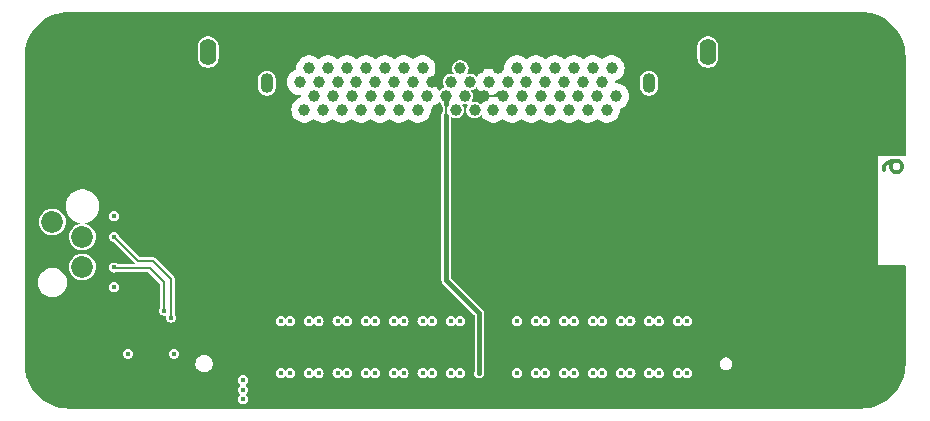
<source format=gbl>
G04 #@! TF.GenerationSoftware,KiCad,Pcbnew,8.0.6*
G04 #@! TF.CreationDate,2024-11-07T02:27:46-08:00*
G04 #@! TF.ProjectId,mse-68-vhdci,6d73652d-3638-42d7-9668-6463692e6b69,1*
G04 #@! TF.SameCoordinates,PXb06e040PY8583b00*
G04 #@! TF.FileFunction,Copper,L6,Bot*
G04 #@! TF.FilePolarity,Positive*
%FSLAX46Y46*%
G04 Gerber Fmt 4.6, Leading zero omitted, Abs format (unit mm)*
G04 Created by KiCad (PCBNEW 8.0.6) date 2024-11-07 02:27:46*
%MOMM*%
%LPD*%
G01*
G04 APERTURE LIST*
%ADD10C,0.300000*%
G04 #@! TA.AperFunction,NonConductor*
%ADD11C,0.300000*%
G04 #@! TD*
G04 #@! TA.AperFunction,ComponentPad*
%ADD12C,6.400000*%
G04 #@! TD*
G04 #@! TA.AperFunction,ComponentPad*
%ADD13C,1.850000*%
G04 #@! TD*
G04 #@! TA.AperFunction,ComponentPad*
%ADD14C,1.000000*%
G04 #@! TD*
G04 #@! TA.AperFunction,ComponentPad*
%ADD15O,1.400000X2.250000*%
G04 #@! TD*
G04 #@! TA.AperFunction,ComponentPad*
%ADD16O,1.100000X1.700000*%
G04 #@! TD*
G04 #@! TA.AperFunction,ViaPad*
%ADD17C,0.450000*%
G04 #@! TD*
G04 #@! TA.AperFunction,ViaPad*
%ADD18C,0.600000*%
G04 #@! TD*
G04 #@! TA.AperFunction,Conductor*
%ADD19C,0.200000*%
G04 #@! TD*
G04 #@! TA.AperFunction,Conductor*
%ADD20C,0.400000*%
G04 #@! TD*
G04 APERTURE END LIST*
D10*
D11*
X-1999172Y20414285D02*
X-1999172Y20700000D01*
X-1999172Y20700000D02*
X-1927743Y20842857D01*
X-1927743Y20842857D02*
X-1856315Y20914285D01*
X-1856315Y20914285D02*
X-1642029Y21057143D01*
X-1642029Y21057143D02*
X-1356315Y21128571D01*
X-1356315Y21128571D02*
X-784886Y21128571D01*
X-784886Y21128571D02*
X-642029Y21057143D01*
X-642029Y21057143D02*
X-570600Y20985714D01*
X-570600Y20985714D02*
X-499172Y20842857D01*
X-499172Y20842857D02*
X-499172Y20557143D01*
X-499172Y20557143D02*
X-570600Y20414285D01*
X-570600Y20414285D02*
X-642029Y20342857D01*
X-642029Y20342857D02*
X-784886Y20271428D01*
X-784886Y20271428D02*
X-1142029Y20271428D01*
X-1142029Y20271428D02*
X-1284886Y20342857D01*
X-1284886Y20342857D02*
X-1356315Y20414285D01*
X-1356315Y20414285D02*
X-1427743Y20557143D01*
X-1427743Y20557143D02*
X-1427743Y20842857D01*
X-1427743Y20842857D02*
X-1356315Y20985714D01*
X-1356315Y20985714D02*
X-1284886Y21057143D01*
X-1284886Y21057143D02*
X-1142029Y21128571D01*
D12*
G04 #@! TO.P,H4,1,1*
G04 #@! TO.N,GND*
X-4000000Y4000000D03*
G04 #@! TD*
D13*
G04 #@! TO.P,J3,1,Pin_1*
G04 #@! TO.N,+3V3*
X-72440000Y16010000D03*
G04 #@! TO.P,J3,2,Pin_2*
G04 #@! TO.N,/PHY.ID_SDA*
X-69900000Y14740000D03*
G04 #@! TO.P,J3,3,Pin_3*
G04 #@! TO.N,GND*
X-72440000Y13470000D03*
G04 #@! TO.P,J3,4,Pin_4*
G04 #@! TO.N,/PHY.ID_SCL*
X-69900000Y12200000D03*
G04 #@! TD*
D14*
G04 #@! TO.P,J4,1,Pin_1*
G04 #@! TO.N,/CON.DB12+*
X-51100000Y25500000D03*
G04 #@! TO.P,J4,2,Pin_2*
G04 #@! TO.N,/CON.DB13+*
X-50300000Y26650000D03*
G04 #@! TO.P,J4,3,Pin_3*
G04 #@! TO.N,/CON.DB14+*
X-49500000Y25500000D03*
G04 #@! TO.P,J4,4,Pin_4*
G04 #@! TO.N,/CON.DB15+*
X-48700000Y26650000D03*
G04 #@! TO.P,J4,5,Pin_5*
G04 #@! TO.N,/CON.DP1+*
X-47900000Y25500000D03*
G04 #@! TO.P,J4,6,Pin_6*
G04 #@! TO.N,/CON.DB0+*
X-47100000Y26650000D03*
G04 #@! TO.P,J4,7,Pin_7*
G04 #@! TO.N,/CON.DB1+*
X-46300000Y25500000D03*
G04 #@! TO.P,J4,8,Pin_8*
G04 #@! TO.N,/CON.DB2+*
X-45500000Y26650000D03*
G04 #@! TO.P,J4,9,Pin_9*
G04 #@! TO.N,/CON.DB3+*
X-44700000Y25500000D03*
G04 #@! TO.P,J4,10,Pin_10*
G04 #@! TO.N,/CON.DB4+*
X-43900000Y26650000D03*
G04 #@! TO.P,J4,11,Pin_11*
G04 #@! TO.N,/CON.DB5+*
X-43100000Y25499999D03*
G04 #@! TO.P,J4,12,Pin_12*
G04 #@! TO.N,/CON.DB6+*
X-42300000Y26650000D03*
G04 #@! TO.P,J4,13,Pin_13*
G04 #@! TO.N,/CON.DB7+*
X-41500001Y25500000D03*
G04 #@! TO.P,J4,14,Pin_14*
G04 #@! TO.N,/CON.DP0+*
X-40700000Y26650000D03*
G04 #@! TO.P,J4,15,Pin_15*
G04 #@! TO.N,GND*
X-39900000Y25500000D03*
G04 #@! TO.P,J4,16,Pin_16*
G04 #@! TO.N,/CON.DIFFSENSE*
X-39100000Y26650000D03*
G04 #@! TO.P,J4,17,Pin_17*
G04 #@! TO.N,/CON.TERMPWR*
X-38300000Y25500000D03*
G04 #@! TO.P,J4,18,Pin_18*
X-37500000Y26650000D03*
G04 #@! TO.P,J4,19,Pin_19*
G04 #@! TO.N,unconnected-(J4-Pin_19-Pad19)*
X-36700000Y25500000D03*
G04 #@! TO.P,J4,20,Pin_20*
G04 #@! TO.N,GND*
X-35900000Y26650000D03*
G04 #@! TO.P,J4,21,Pin_21*
G04 #@! TO.N,/CON.ATN+*
X-35100000Y25500000D03*
G04 #@! TO.P,J4,22,Pin_22*
G04 #@! TO.N,GND*
X-34300000Y26650000D03*
G04 #@! TO.P,J4,23,Pin_23*
G04 #@! TO.N,/CON.BSY+*
X-33499999Y25500000D03*
G04 #@! TO.P,J4,24,Pin_24*
G04 #@! TO.N,/CON.ACK+*
X-32700000Y26650000D03*
G04 #@! TO.P,J4,25,Pin_25*
G04 #@! TO.N,/CON.RST+*
X-31900000Y25499999D03*
G04 #@! TO.P,J4,26,Pin_26*
G04 #@! TO.N,/CON.MSG+*
X-31100000Y26650000D03*
G04 #@! TO.P,J4,27,Pin_27*
G04 #@! TO.N,/CON.SEL+*
X-30300000Y25500000D03*
G04 #@! TO.P,J4,28,Pin_28*
G04 #@! TO.N,/CON.C{slash}D+*
X-29500000Y26650000D03*
G04 #@! TO.P,J4,29,Pin_29*
G04 #@! TO.N,/CON.REQ+*
X-28700000Y25500000D03*
G04 #@! TO.P,J4,30,Pin_30*
G04 #@! TO.N,/CON.I{slash}O+*
X-27900000Y26650000D03*
G04 #@! TO.P,J4,31,Pin_31*
G04 #@! TO.N,/CON.DB8+*
X-27100000Y25500000D03*
G04 #@! TO.P,J4,32,Pin_32*
G04 #@! TO.N,/CON.DB9+*
X-26300000Y26650000D03*
G04 #@! TO.P,J4,33,Pin_33*
G04 #@! TO.N,/CON.DB10+*
X-25500000Y25500000D03*
G04 #@! TO.P,J4,34,Pin_34*
G04 #@! TO.N,/CON.DB11+*
X-24700000Y26650000D03*
G04 #@! TO.P,J4,35,Pin_35*
G04 #@! TO.N,/CON.DB12-*
X-51500000Y27850000D03*
G04 #@! TO.P,J4,36,Pin_36*
G04 #@! TO.N,/CON.DB13-*
X-50700000Y29000001D03*
G04 #@! TO.P,J4,37,Pin_37*
G04 #@! TO.N,/CON.DB14-*
X-49900000Y27850000D03*
G04 #@! TO.P,J4,38,Pin_38*
G04 #@! TO.N,/CON.DB15-*
X-49100000Y29000000D03*
G04 #@! TO.P,J4,39,Pin_39*
G04 #@! TO.N,/CON.DP1-*
X-48300000Y27850000D03*
G04 #@! TO.P,J4,40,Pin_40*
G04 #@! TO.N,/CON.DB0-*
X-47500000Y29000000D03*
G04 #@! TO.P,J4,41,Pin_41*
G04 #@! TO.N,/CON.DB1-*
X-46700000Y27850000D03*
G04 #@! TO.P,J4,42,Pin_42*
G04 #@! TO.N,/CON.DB2-*
X-45900000Y29000000D03*
G04 #@! TO.P,J4,43,Pin_43*
G04 #@! TO.N,/CON.DB3-*
X-45100000Y27850000D03*
G04 #@! TO.P,J4,44,Pin_44*
G04 #@! TO.N,/CON.DB4-*
X-44300000Y29000000D03*
G04 #@! TO.P,J4,45,Pin_45*
G04 #@! TO.N,/CON.DB5-*
X-43500000Y27850000D03*
G04 #@! TO.P,J4,46,Pin_46*
G04 #@! TO.N,/CON.DB6-*
X-42700000Y29000000D03*
G04 #@! TO.P,J4,47,Pin_47*
G04 #@! TO.N,/CON.DB7-*
X-41900000Y27850000D03*
G04 #@! TO.P,J4,48,Pin_48*
G04 #@! TO.N,/CON.DP0-*
X-41100000Y29000001D03*
G04 #@! TO.P,J4,49,Pin_49*
G04 #@! TO.N,GND*
X-40300000Y27850000D03*
G04 #@! TO.P,J4,50,Pin_50*
X-39500000Y29000001D03*
G04 #@! TO.P,J4,51,Pin_51*
G04 #@! TO.N,/CON.TERMPWR*
X-38700000Y27850000D03*
G04 #@! TO.P,J4,52,Pin_52*
X-37900000Y29000000D03*
G04 #@! TO.P,J4,53,Pin_53*
G04 #@! TO.N,unconnected-(J4-Pin_53-Pad53)*
X-37100000Y27850000D03*
G04 #@! TO.P,J4,54,Pin_54*
G04 #@! TO.N,GND*
X-36300000Y29000000D03*
G04 #@! TO.P,J4,55,Pin_55*
G04 #@! TO.N,/CON.ATN-*
X-35500000Y27850000D03*
G04 #@! TO.P,J4,56,Pin_56*
G04 #@! TO.N,GND*
X-34700000Y29000000D03*
G04 #@! TO.P,J4,57,Pin_57*
G04 #@! TO.N,/CON.BSY-*
X-33900000Y27850000D03*
G04 #@! TO.P,J4,58,Pin_58*
G04 #@! TO.N,/CON.ACK-*
X-33100000Y29000000D03*
G04 #@! TO.P,J4,59,Pin_59*
G04 #@! TO.N,/CON.RST-*
X-32300000Y27850000D03*
G04 #@! TO.P,J4,60,Pin_60*
G04 #@! TO.N,/CON.MSG-*
X-31500000Y29000000D03*
G04 #@! TO.P,J4,61,Pin_61*
G04 #@! TO.N,/CON.SEL-*
X-30700000Y27850000D03*
G04 #@! TO.P,J4,62,Pin_62*
G04 #@! TO.N,/CON.C{slash}D-*
X-29900000Y29000001D03*
G04 #@! TO.P,J4,63,Pin_63*
G04 #@! TO.N,/CON.REQ-*
X-29100000Y27850000D03*
G04 #@! TO.P,J4,64,Pin_64*
G04 #@! TO.N,/CON.I{slash}O-*
X-28300000Y29000001D03*
G04 #@! TO.P,J4,65,Pin_65*
G04 #@! TO.N,/CON.DB8-*
X-27500000Y27850000D03*
G04 #@! TO.P,J4,66,Pin_66*
G04 #@! TO.N,/CON.DB9-*
X-26700000Y29000000D03*
G04 #@! TO.P,J4,67,Pin_67*
G04 #@! TO.N,/CON.DB10-*
X-25900000Y27850000D03*
G04 #@! TO.P,J4,68,Pin_68*
G04 #@! TO.N,/CON.DB11-*
X-25100000Y29000000D03*
D15*
G04 #@! TO.P,J4,SHIELD,SHIELD*
G04 #@! TO.N,/SHIELD*
X-16950000Y30380000D03*
D16*
X-21925000Y27750000D03*
X-54275000Y27750000D03*
D15*
X-59250000Y30380000D03*
G04 #@! TD*
D12*
G04 #@! TO.P,H3,1,1*
G04 #@! TO.N,GND*
X-71000000Y4000000D03*
G04 #@! TD*
D17*
G04 #@! TO.N,GND*
X-20300000Y7600000D03*
X-20300000Y5400000D03*
X-22700000Y1800000D03*
X-49100000Y1800000D03*
X-53900000Y1000000D03*
X-29900000Y2600000D03*
X-17900000Y7600000D03*
X-53900000Y7600000D03*
X-39500000Y6200000D03*
X-29900000Y3200000D03*
X-39500000Y1800000D03*
X-44300000Y7000000D03*
X-49100000Y6200000D03*
X-27500000Y7600000D03*
X-64650000Y4000000D03*
X-46700000Y6200000D03*
X-53900000Y3200000D03*
X-51500000Y2600000D03*
X-27500000Y3200000D03*
X-27500000Y2600000D03*
X-39500000Y7000000D03*
X-32300000Y1800000D03*
X-53900000Y5400000D03*
X-20300000Y1800000D03*
X-32300000Y3200000D03*
X-17900000Y3200000D03*
X-53900000Y2600000D03*
X-37100000Y5400000D03*
X-39500000Y7600000D03*
X-63600000Y4000000D03*
X-25100000Y7000000D03*
X-39500000Y5400000D03*
X-20300000Y3200000D03*
X-33900000Y1000000D03*
X-41900000Y1000000D03*
X-64100000Y4500000D03*
X-33900000Y2600000D03*
X-49100000Y2600000D03*
X-33900000Y6200000D03*
X-51500000Y5400000D03*
X-44300000Y6200000D03*
X-27500000Y6200000D03*
X-39500000Y1000000D03*
X-25100000Y1800000D03*
X-41900000Y7000000D03*
D18*
X-11200000Y31100000D03*
D17*
X-53900000Y7000000D03*
X-41900000Y6200000D03*
X-27500000Y5400000D03*
X-54700000Y6200000D03*
X-29900000Y1000000D03*
D18*
X-11200000Y29800000D03*
D17*
X-20300000Y1000000D03*
X-53900000Y1800000D03*
X-51500000Y6200000D03*
X-20300000Y2600000D03*
X-22700000Y1000000D03*
X-44300000Y5400000D03*
X-33900000Y1800000D03*
X-32300000Y5400000D03*
X-20300000Y6200000D03*
X-49100000Y3200000D03*
X-37100000Y6200000D03*
X-25100000Y2600000D03*
X-37100000Y7000000D03*
X-39500000Y2600000D03*
X-25100000Y6200000D03*
X-33900000Y7000000D03*
X-46700000Y3200000D03*
X-51500000Y3200000D03*
X-51500000Y7000000D03*
X-25100000Y3200000D03*
X-54700000Y7000000D03*
X-29900000Y7000000D03*
X-44300000Y1800000D03*
X-22700000Y2600000D03*
X-17900000Y5400000D03*
X-33900000Y7600000D03*
X-41900000Y2600000D03*
X-17900000Y7000000D03*
X-41900000Y3200000D03*
X-44300000Y1000000D03*
X-32300000Y7000000D03*
X-29900000Y7600000D03*
X-51500000Y1800000D03*
X-54700000Y5400000D03*
X-22700000Y6200000D03*
X-57100000Y5400000D03*
X-37100000Y1800000D03*
X-46700000Y1000000D03*
X-46700000Y7600000D03*
X-25100000Y1000000D03*
X-32300000Y2600000D03*
X-44300000Y2600000D03*
X-46700000Y5400000D03*
X-41900000Y7600000D03*
X-54700000Y1800000D03*
X-22700000Y7000000D03*
X-46700000Y2600000D03*
X-37100000Y1000000D03*
X-37100000Y2600000D03*
X-51500000Y1000000D03*
X-17900000Y1000000D03*
X-37100000Y3200000D03*
X-20300000Y7000000D03*
X-57100000Y6200000D03*
X-32300000Y1000000D03*
X-33900000Y5400000D03*
X-46700000Y1800000D03*
X-29900000Y5400000D03*
X-44300000Y3200000D03*
X-25100000Y7600000D03*
X-27500000Y1800000D03*
X-22700000Y3200000D03*
X-41900000Y1800000D03*
X-53900000Y6200000D03*
X-41900000Y5400000D03*
X-29900000Y6200000D03*
X-49100000Y5400000D03*
X-32300000Y7600000D03*
X-54700000Y2600000D03*
X-49100000Y7000000D03*
X-49100000Y1000000D03*
X-51500000Y7600000D03*
X-49100000Y7600000D03*
X-37100000Y7600000D03*
X-46700000Y7000000D03*
X-29900000Y1800000D03*
X-25100000Y5400000D03*
X-64100000Y3500000D03*
X-32300000Y6200000D03*
X-17900000Y6200000D03*
X-39500000Y3200000D03*
X-27500000Y1000000D03*
X-57100000Y7000000D03*
X-22700000Y5400000D03*
X-17900000Y2600000D03*
X-44300000Y7600000D03*
X-54700000Y1000000D03*
X-33900000Y3200000D03*
X-17900000Y1800000D03*
X-27500000Y7000000D03*
X-66050000Y3150000D03*
X-22700000Y7600000D03*
G04 #@! TO.N,/PHY.ID_SCL*
X-67200000Y12150000D03*
X-63000000Y8500000D03*
G04 #@! TO.N,+3V3*
X-56300000Y1800000D03*
X-67200000Y16500000D03*
X-67200000Y10500000D03*
X-66050000Y4850000D03*
X-56300000Y1000000D03*
X-56300000Y2600000D03*
X-62150000Y4850000D03*
G04 #@! TO.N,/PHY.ID_SDA*
X-67200000Y14750000D03*
X-62400000Y7900000D03*
G04 #@! TO.N,/CON.C{slash}D+*
X-25900000Y3200000D03*
G04 #@! TO.N,/CON.DB10-*
X-19500000Y7600000D03*
G04 #@! TO.N,/CON.DB4-*
X-42700000Y7600000D03*
G04 #@! TO.N,/CON.ACK+*
X-30700000Y3200000D03*
G04 #@! TO.N,/CON.DP1+*
X-48300000Y3200000D03*
G04 #@! TO.N,/CON.BSY-*
X-31500000Y7600000D03*
G04 #@! TO.N,/CON.RST-*
X-29100000Y7600000D03*
G04 #@! TO.N,/CON.DB2-*
X-45100000Y7600000D03*
G04 #@! TO.N,/CON.BSY+*
X-31500000Y3200000D03*
G04 #@! TO.N,/CON.DB5+*
X-41100000Y3200000D03*
G04 #@! TO.N,/CON.ATN-*
X-33100000Y7600000D03*
G04 #@! TO.N,/CON.DP0+*
X-37900000Y3200000D03*
G04 #@! TO.N,/CON.SEL+*
X-26700000Y3200000D03*
G04 #@! TO.N,/CON.ATN+*
X-33100000Y3200000D03*
G04 #@! TO.N,/CON.DB9-*
X-21100000Y7600000D03*
G04 #@! TO.N,/CON.SEL-*
X-26700000Y7600000D03*
G04 #@! TO.N,/CON.DB9+*
X-21100000Y3200000D03*
G04 #@! TO.N,/CON.DB0-*
X-47500000Y7600000D03*
G04 #@! TO.N,/CON.DB11+*
X-18700000Y3200000D03*
G04 #@! TO.N,/CON.DB7+*
X-38700000Y3200000D03*
G04 #@! TO.N,/CON.DP1-*
X-48300000Y7600000D03*
G04 #@! TO.N,/CON.DB5-*
X-41100000Y7600000D03*
G04 #@! TO.N,/CON.REQ-*
X-24300000Y7600000D03*
G04 #@! TO.N,/CON.DB1-*
X-45900000Y7600000D03*
G04 #@! TO.N,/CON.DB13+*
X-52300000Y3200000D03*
G04 #@! TO.N,/CON.REQ+*
X-24300000Y3200000D03*
G04 #@! TO.N,/CON.DB3-*
X-43500000Y7600000D03*
G04 #@! TO.N,/CON.DB8+*
X-21900000Y3200000D03*
G04 #@! TO.N,/CON.DB13-*
X-52300000Y7600000D03*
G04 #@! TO.N,/CON.DB15-*
X-49900000Y7600000D03*
G04 #@! TO.N,/CON.MSG+*
X-28300000Y3200000D03*
G04 #@! TO.N,/CON.DB11-*
X-18700000Y7600000D03*
G04 #@! TO.N,/CON.DB3+*
X-43500000Y3200000D03*
G04 #@! TO.N,/CON.ACK-*
X-30700000Y7600000D03*
G04 #@! TO.N,/CON.DIFFSENSE*
X-39100000Y25000000D03*
X-36300000Y3200000D03*
G04 #@! TO.N,/CON.I{slash}O+*
X-23500000Y3200000D03*
G04 #@! TO.N,/CON.I{slash}O-*
X-23500000Y7600000D03*
G04 #@! TO.N,/CON.DB4+*
X-42700000Y3200000D03*
G04 #@! TO.N,/CON.DB15+*
X-49900000Y3200000D03*
G04 #@! TO.N,/CON.DB6-*
X-40300000Y7600000D03*
G04 #@! TO.N,/CON.RST+*
X-29100000Y3200000D03*
G04 #@! TO.N,/CON.DB8-*
X-21900000Y7600000D03*
G04 #@! TO.N,/CON.DB10+*
X-19500000Y3200000D03*
G04 #@! TO.N,/CON.MSG-*
X-28300000Y7600000D03*
G04 #@! TO.N,/CON.DB6+*
X-40300000Y3200000D03*
G04 #@! TO.N,/CON.C{slash}D-*
X-25900000Y7600000D03*
G04 #@! TO.N,/CON.DB7-*
X-38700000Y7600000D03*
G04 #@! TO.N,/CON.DB1+*
X-45900000Y3200000D03*
G04 #@! TO.N,/CON.DP0-*
X-37900000Y7600000D03*
G04 #@! TO.N,/CON.DB2+*
X-45100000Y3200000D03*
G04 #@! TO.N,/CON.DB0+*
X-47500000Y3200000D03*
G04 #@! TO.N,/CON.DB12+*
X-53100000Y3200000D03*
G04 #@! TO.N,/CON.DB14+*
X-50700000Y3200000D03*
G04 #@! TO.N,/CON.DB12-*
X-53100000Y7600000D03*
G04 #@! TO.N,/CON.DB14-*
X-50700000Y7600000D03*
G04 #@! TD*
D19*
G04 #@! TO.N,/PHY.ID_SCL*
X-64200000Y12100000D02*
X-67150000Y12100000D01*
X-67150000Y12100000D02*
X-67200000Y12150000D01*
X-63000000Y10900000D02*
X-64200000Y12100000D01*
X-63000000Y8500000D02*
X-63000000Y10900000D01*
G04 #@! TO.N,/PHY.ID_SDA*
X-62400000Y11200000D02*
X-63900000Y12700000D01*
X-65150000Y12700000D02*
X-67200000Y14750000D01*
X-62400000Y7900000D02*
X-62400000Y11200000D01*
X-63900000Y12700000D02*
X-65150000Y12700000D01*
D20*
G04 #@! TO.N,/CON.DIFFSENSE*
X-39100000Y25000000D02*
X-39100000Y11100000D01*
X-36300000Y8300000D02*
X-36300000Y3200000D01*
X-39100000Y11100000D02*
X-36300000Y8300000D01*
D19*
X-39100000Y26000000D02*
X-39100000Y25000000D01*
D20*
X-39100000Y26650000D02*
X-39100000Y26000000D01*
G04 #@! TD*
G04 #@! TA.AperFunction,Conductor*
G04 #@! TO.N,GND*
G36*
X-36502534Y27386410D02*
G01*
X-36491151Y27371562D01*
X-36439675Y27268182D01*
X-36439672Y27268178D01*
X-36316767Y27105424D01*
X-36316764Y27105421D01*
X-36166046Y26968023D01*
X-36166045Y26968022D01*
X-36166041Y26968019D01*
X-35992637Y26860652D01*
X-35802456Y26786976D01*
X-35601976Y26749500D01*
X-35601974Y26749500D01*
X-35398026Y26749500D01*
X-35398024Y26749500D01*
X-35197544Y26786976D01*
X-35007363Y26860652D01*
X-34833959Y26968019D01*
X-34733010Y27060047D01*
X-34697737Y27072783D01*
X-34666991Y27060047D01*
X-34616394Y27013922D01*
X-34566046Y26968023D01*
X-34566045Y26968022D01*
X-34566041Y26968019D01*
X-34392637Y26860652D01*
X-34202456Y26786976D01*
X-34001976Y26749500D01*
X-34001974Y26749500D01*
X-33849746Y26749500D01*
X-33815098Y26735148D01*
X-33800746Y26700500D01*
X-33800955Y26695979D01*
X-33805216Y26650000D01*
X-33800754Y26601850D01*
X-33811848Y26566026D01*
X-33831844Y26551639D01*
X-33992633Y26489350D01*
X-34166042Y26381980D01*
X-34266990Y26289955D01*
X-34302265Y26277219D01*
X-34333012Y26289956D01*
X-34433955Y26381978D01*
X-34433958Y26381980D01*
X-34433959Y26381981D01*
X-34607363Y26489348D01*
X-34607366Y26489349D01*
X-34607367Y26489350D01*
X-34797538Y26563022D01*
X-34797540Y26563023D01*
X-34797544Y26563024D01*
X-34998024Y26600500D01*
X-35201976Y26600500D01*
X-35402456Y26563024D01*
X-35402460Y26563023D01*
X-35402463Y26563022D01*
X-35592634Y26489350D01*
X-35766046Y26381978D01*
X-35916764Y26244580D01*
X-35916767Y26244577D01*
X-36039672Y26081823D01*
X-36091152Y25978438D01*
X-36119444Y25953820D01*
X-36156857Y25956417D01*
X-36169483Y25966096D01*
X-36169599Y25965964D01*
X-36171449Y25967603D01*
X-36171697Y25967793D01*
X-36171819Y25967931D01*
X-36196967Y25990210D01*
X-36299148Y26080734D01*
X-36299156Y26080738D01*
X-36299157Y26080739D01*
X-36449776Y26159791D01*
X-36614944Y26200500D01*
X-36785056Y26200500D01*
X-36869329Y26179730D01*
X-36906405Y26185373D01*
X-36928631Y26215580D01*
X-36922988Y26252656D01*
X-36921405Y26255106D01*
X-36875182Y26322070D01*
X-36814860Y26481128D01*
X-36794355Y26650000D01*
X-36814860Y26818872D01*
X-36875182Y26977930D01*
X-36956386Y27095573D01*
X-36964256Y27132239D01*
X-36943894Y27163733D01*
X-36927786Y27170983D01*
X-36849775Y27190210D01*
X-36699148Y27269266D01*
X-36571817Y27382071D01*
X-36571811Y27382081D01*
X-36571703Y27382201D01*
X-36571629Y27382238D01*
X-36569598Y27384036D01*
X-36569098Y27383471D01*
X-36537991Y27398631D01*
X-36502534Y27386410D01*
G37*
G04 #@! TD.AperFunction*
G04 #@! TA.AperFunction,Conductor*
G36*
X-3998800Y33799442D02*
G01*
X-3629980Y33781322D01*
X-3625219Y33780854D01*
X-3261123Y33726846D01*
X-3256433Y33725913D01*
X-2963065Y33652428D01*
X-2899399Y33636480D01*
X-2894797Y33635084D01*
X-2781323Y33594483D01*
X-2548244Y33511085D01*
X-2543817Y33509251D01*
X-2211103Y33351889D01*
X-2206878Y33349632D01*
X-2015692Y33235039D01*
X-1891172Y33160404D01*
X-1887174Y33157732D01*
X-1739367Y33048111D01*
X-1591555Y32938486D01*
X-1587843Y32935440D01*
X-1315133Y32688269D01*
X-1311732Y32684868D01*
X-1064561Y32412158D01*
X-1061511Y32408441D01*
X-842269Y32112827D01*
X-839597Y32108829D01*
X-650374Y31793131D01*
X-648108Y31788890D01*
X-490754Y31456192D01*
X-488913Y31451750D01*
X-364917Y31105204D01*
X-363521Y31100602D01*
X-274091Y30743581D01*
X-273153Y30738865D01*
X-219149Y30374794D01*
X-218678Y30370008D01*
X-200559Y30001201D01*
X-200500Y29998797D01*
X-200500Y21599000D01*
X-214852Y21564352D01*
X-249500Y21550000D01*
X-2500000Y21550000D01*
X-2500000Y12350000D01*
X-249500Y12350000D01*
X-214852Y12335648D01*
X-200500Y12301000D01*
X-200500Y4001204D01*
X-200559Y3998800D01*
X-218678Y3629993D01*
X-219149Y3625207D01*
X-273153Y3261136D01*
X-274091Y3256420D01*
X-363521Y2899399D01*
X-364917Y2894797D01*
X-488913Y2548251D01*
X-490754Y2543809D01*
X-648108Y2211111D01*
X-650374Y2206870D01*
X-839597Y1891172D01*
X-842269Y1887174D01*
X-1061511Y1591560D01*
X-1064561Y1587843D01*
X-1311732Y1315133D01*
X-1315133Y1311732D01*
X-1587843Y1064561D01*
X-1591560Y1061511D01*
X-1887174Y842269D01*
X-1891172Y839597D01*
X-2206870Y650374D01*
X-2211111Y648108D01*
X-2543809Y490754D01*
X-2548251Y488913D01*
X-2894797Y364917D01*
X-2899399Y363521D01*
X-3256420Y274091D01*
X-3261136Y273153D01*
X-3625207Y219149D01*
X-3629993Y218678D01*
X-3998799Y200559D01*
X-4001203Y200500D01*
X-70998797Y200500D01*
X-71001201Y200559D01*
X-71370008Y218678D01*
X-71374794Y219149D01*
X-71738865Y273153D01*
X-71743581Y274091D01*
X-72100602Y363521D01*
X-72105204Y364917D01*
X-72451750Y488913D01*
X-72456192Y490754D01*
X-72788890Y648108D01*
X-72793131Y650374D01*
X-72794965Y651473D01*
X-72953986Y746787D01*
X-73108829Y839597D01*
X-73112827Y842269D01*
X-73408441Y1061511D01*
X-73412158Y1064561D01*
X-73684868Y1311732D01*
X-73688269Y1315133D01*
X-73870173Y1515832D01*
X-73935443Y1587847D01*
X-73938490Y1591560D01*
X-73994347Y1666874D01*
X-74048111Y1739367D01*
X-74157732Y1887174D01*
X-74160404Y1891172D01*
X-74345509Y2200000D01*
X-74349632Y2206878D01*
X-74351889Y2211103D01*
X-74509251Y2543817D01*
X-74511088Y2548251D01*
X-74529604Y2600000D01*
X-56730804Y2600000D01*
X-56709719Y2466874D01*
X-56709719Y2466873D01*
X-56709718Y2466872D01*
X-56648533Y2346787D01*
X-56648528Y2346780D01*
X-56553221Y2251473D01*
X-56553216Y2251469D01*
X-56537888Y2243659D01*
X-56513532Y2215141D01*
X-56516475Y2177754D01*
X-56537888Y2156341D01*
X-56553216Y2148532D01*
X-56553221Y2148528D01*
X-56648528Y2053221D01*
X-56648533Y2053214D01*
X-56709718Y1933129D01*
X-56709719Y1933128D01*
X-56709719Y1933126D01*
X-56730804Y1800000D01*
X-56709719Y1666874D01*
X-56709719Y1666873D01*
X-56709718Y1666872D01*
X-56648533Y1546787D01*
X-56648528Y1546780D01*
X-56553221Y1451473D01*
X-56553216Y1451469D01*
X-56537888Y1443659D01*
X-56513532Y1415141D01*
X-56516475Y1377754D01*
X-56537888Y1356341D01*
X-56553216Y1348532D01*
X-56553221Y1348528D01*
X-56648528Y1253221D01*
X-56648533Y1253214D01*
X-56709718Y1133129D01*
X-56709719Y1133128D01*
X-56709719Y1133126D01*
X-56730804Y1000000D01*
X-56709719Y866874D01*
X-56709719Y866873D01*
X-56709718Y866872D01*
X-56648533Y746787D01*
X-56648528Y746780D01*
X-56553221Y651473D01*
X-56553214Y651468D01*
X-56473158Y610678D01*
X-56433126Y590281D01*
X-56300000Y569196D01*
X-56166874Y590281D01*
X-56053382Y648108D01*
X-56046787Y651468D01*
X-56046785Y651470D01*
X-56046780Y651472D01*
X-55951472Y746780D01*
X-55890281Y866874D01*
X-55869196Y1000000D01*
X-55890281Y1133126D01*
X-55910678Y1173158D01*
X-55951468Y1253214D01*
X-55951473Y1253221D01*
X-56046780Y1348528D01*
X-56046783Y1348530D01*
X-56062112Y1356340D01*
X-56086469Y1384858D01*
X-56083527Y1422245D01*
X-56062112Y1443660D01*
X-56046780Y1451472D01*
X-55951472Y1546780D01*
X-55890281Y1666874D01*
X-55869196Y1800000D01*
X-55890281Y1933126D01*
X-55910678Y1973158D01*
X-55951468Y2053214D01*
X-55951473Y2053221D01*
X-56046780Y2148528D01*
X-56046783Y2148530D01*
X-56062112Y2156340D01*
X-56086469Y2184858D01*
X-56083527Y2222245D01*
X-56062112Y2243660D01*
X-56046780Y2251472D01*
X-55951472Y2346780D01*
X-55890281Y2466874D01*
X-55869196Y2600000D01*
X-55890281Y2733126D01*
X-55919404Y2790283D01*
X-55951468Y2853214D01*
X-55951474Y2853222D01*
X-56046780Y2948528D01*
X-56046787Y2948533D01*
X-56166872Y3009718D01*
X-56166873Y3009719D01*
X-56166874Y3009719D01*
X-56300000Y3030804D01*
X-56433126Y3009719D01*
X-56433128Y3009719D01*
X-56433129Y3009718D01*
X-56553214Y2948533D01*
X-56553221Y2948528D01*
X-56648526Y2853222D01*
X-56648533Y2853214D01*
X-56709718Y2733129D01*
X-56709719Y2733128D01*
X-56709719Y2733126D01*
X-56730804Y2600000D01*
X-74529604Y2600000D01*
X-74635084Y2894797D01*
X-74636480Y2899399D01*
X-74664114Y3009719D01*
X-74711777Y3200000D01*
X-53530804Y3200000D01*
X-53509719Y3066874D01*
X-53509719Y3066873D01*
X-53509718Y3066872D01*
X-53448533Y2946787D01*
X-53448528Y2946780D01*
X-53353221Y2851473D01*
X-53353214Y2851468D01*
X-53273158Y2810678D01*
X-53233126Y2790281D01*
X-53100000Y2769196D01*
X-52966874Y2790281D01*
X-52883580Y2832722D01*
X-52846787Y2851468D01*
X-52846785Y2851470D01*
X-52846780Y2851472D01*
X-52751472Y2946780D01*
X-52743660Y2962113D01*
X-52715142Y2986469D01*
X-52677755Y2983527D01*
X-52656340Y2962112D01*
X-52648530Y2946783D01*
X-52648528Y2946780D01*
X-52553221Y2851473D01*
X-52553214Y2851468D01*
X-52473158Y2810678D01*
X-52433126Y2790281D01*
X-52300000Y2769196D01*
X-52166874Y2790281D01*
X-52083580Y2832722D01*
X-52046787Y2851468D01*
X-52046785Y2851470D01*
X-52046780Y2851472D01*
X-51951472Y2946780D01*
X-51950578Y2948533D01*
X-51931249Y2986469D01*
X-51890281Y3066874D01*
X-51869196Y3200000D01*
X-51130804Y3200000D01*
X-51109719Y3066874D01*
X-51109719Y3066873D01*
X-51109718Y3066872D01*
X-51048533Y2946787D01*
X-51048528Y2946780D01*
X-50953221Y2851473D01*
X-50953214Y2851468D01*
X-50873158Y2810678D01*
X-50833126Y2790281D01*
X-50700000Y2769196D01*
X-50566874Y2790281D01*
X-50483580Y2832722D01*
X-50446787Y2851468D01*
X-50446785Y2851470D01*
X-50446780Y2851472D01*
X-50351472Y2946780D01*
X-50343660Y2962113D01*
X-50315142Y2986469D01*
X-50277755Y2983527D01*
X-50256340Y2962112D01*
X-50248530Y2946783D01*
X-50248528Y2946780D01*
X-50153221Y2851473D01*
X-50153214Y2851468D01*
X-50073158Y2810678D01*
X-50033126Y2790281D01*
X-49900000Y2769196D01*
X-49766874Y2790281D01*
X-49683580Y2832722D01*
X-49646787Y2851468D01*
X-49646785Y2851470D01*
X-49646780Y2851472D01*
X-49551472Y2946780D01*
X-49550578Y2948533D01*
X-49531249Y2986469D01*
X-49490281Y3066874D01*
X-49469196Y3200000D01*
X-48730804Y3200000D01*
X-48709719Y3066874D01*
X-48709719Y3066873D01*
X-48709718Y3066872D01*
X-48648533Y2946787D01*
X-48648528Y2946780D01*
X-48553221Y2851473D01*
X-48553214Y2851468D01*
X-48473158Y2810678D01*
X-48433126Y2790281D01*
X-48300000Y2769196D01*
X-48166874Y2790281D01*
X-48083580Y2832722D01*
X-48046787Y2851468D01*
X-48046785Y2851470D01*
X-48046780Y2851472D01*
X-47951472Y2946780D01*
X-47943660Y2962113D01*
X-47915142Y2986469D01*
X-47877755Y2983527D01*
X-47856340Y2962112D01*
X-47848530Y2946783D01*
X-47848528Y2946780D01*
X-47753221Y2851473D01*
X-47753214Y2851468D01*
X-47673158Y2810678D01*
X-47633126Y2790281D01*
X-47500000Y2769196D01*
X-47366874Y2790281D01*
X-47283580Y2832722D01*
X-47246787Y2851468D01*
X-47246785Y2851470D01*
X-47246780Y2851472D01*
X-47151472Y2946780D01*
X-47150578Y2948533D01*
X-47131249Y2986469D01*
X-47090281Y3066874D01*
X-47069196Y3200000D01*
X-46330804Y3200000D01*
X-46309719Y3066874D01*
X-46309719Y3066873D01*
X-46309718Y3066872D01*
X-46248533Y2946787D01*
X-46248528Y2946780D01*
X-46153221Y2851473D01*
X-46153214Y2851468D01*
X-46073158Y2810678D01*
X-46033126Y2790281D01*
X-45900000Y2769196D01*
X-45766874Y2790281D01*
X-45683580Y2832722D01*
X-45646787Y2851468D01*
X-45646785Y2851470D01*
X-45646780Y2851472D01*
X-45551472Y2946780D01*
X-45543660Y2962113D01*
X-45515142Y2986469D01*
X-45477755Y2983527D01*
X-45456340Y2962112D01*
X-45448530Y2946783D01*
X-45448528Y2946780D01*
X-45353221Y2851473D01*
X-45353214Y2851468D01*
X-45273158Y2810678D01*
X-45233126Y2790281D01*
X-45100000Y2769196D01*
X-44966874Y2790281D01*
X-44883580Y2832722D01*
X-44846787Y2851468D01*
X-44846785Y2851470D01*
X-44846780Y2851472D01*
X-44751472Y2946780D01*
X-44750578Y2948533D01*
X-44731249Y2986469D01*
X-44690281Y3066874D01*
X-44669196Y3200000D01*
X-43930804Y3200000D01*
X-43909719Y3066874D01*
X-43909719Y3066873D01*
X-43909718Y3066872D01*
X-43848533Y2946787D01*
X-43848528Y2946780D01*
X-43753221Y2851473D01*
X-43753214Y2851468D01*
X-43673158Y2810678D01*
X-43633126Y2790281D01*
X-43500000Y2769196D01*
X-43366874Y2790281D01*
X-43283580Y2832722D01*
X-43246787Y2851468D01*
X-43246785Y2851470D01*
X-43246780Y2851472D01*
X-43151472Y2946780D01*
X-43143660Y2962113D01*
X-43115142Y2986469D01*
X-43077755Y2983527D01*
X-43056340Y2962112D01*
X-43048530Y2946783D01*
X-43048528Y2946780D01*
X-42953221Y2851473D01*
X-42953214Y2851468D01*
X-42873158Y2810678D01*
X-42833126Y2790281D01*
X-42700000Y2769196D01*
X-42566874Y2790281D01*
X-42483580Y2832722D01*
X-42446787Y2851468D01*
X-42446785Y2851470D01*
X-42446780Y2851472D01*
X-42351472Y2946780D01*
X-42350578Y2948533D01*
X-42331249Y2986469D01*
X-42290281Y3066874D01*
X-42269196Y3200000D01*
X-41530804Y3200000D01*
X-41509719Y3066874D01*
X-41509719Y3066873D01*
X-41509718Y3066872D01*
X-41448533Y2946787D01*
X-41448528Y2946780D01*
X-41353221Y2851473D01*
X-41353214Y2851468D01*
X-41273158Y2810678D01*
X-41233126Y2790281D01*
X-41100000Y2769196D01*
X-40966874Y2790281D01*
X-40883580Y2832722D01*
X-40846787Y2851468D01*
X-40846785Y2851470D01*
X-40846780Y2851472D01*
X-40751472Y2946780D01*
X-40743660Y2962113D01*
X-40715142Y2986469D01*
X-40677755Y2983527D01*
X-40656340Y2962112D01*
X-40648530Y2946783D01*
X-40648528Y2946780D01*
X-40553221Y2851473D01*
X-40553214Y2851468D01*
X-40473158Y2810678D01*
X-40433126Y2790281D01*
X-40300000Y2769196D01*
X-40166874Y2790281D01*
X-40083580Y2832722D01*
X-40046787Y2851468D01*
X-40046785Y2851470D01*
X-40046780Y2851472D01*
X-39951472Y2946780D01*
X-39950578Y2948533D01*
X-39931249Y2986469D01*
X-39890281Y3066874D01*
X-39869196Y3200000D01*
X-39130804Y3200000D01*
X-39109719Y3066874D01*
X-39109719Y3066873D01*
X-39109718Y3066872D01*
X-39048533Y2946787D01*
X-39048528Y2946780D01*
X-38953221Y2851473D01*
X-38953214Y2851468D01*
X-38873158Y2810678D01*
X-38833126Y2790281D01*
X-38700000Y2769196D01*
X-38566874Y2790281D01*
X-38483580Y2832722D01*
X-38446787Y2851468D01*
X-38446785Y2851470D01*
X-38446780Y2851472D01*
X-38351472Y2946780D01*
X-38343660Y2962113D01*
X-38315142Y2986469D01*
X-38277755Y2983527D01*
X-38256340Y2962112D01*
X-38248530Y2946783D01*
X-38248528Y2946780D01*
X-38153221Y2851473D01*
X-38153214Y2851468D01*
X-38073158Y2810678D01*
X-38033126Y2790281D01*
X-37900000Y2769196D01*
X-37766874Y2790281D01*
X-37683580Y2832722D01*
X-37646787Y2851468D01*
X-37646785Y2851470D01*
X-37646780Y2851472D01*
X-37551472Y2946780D01*
X-37550578Y2948533D01*
X-37531249Y2986469D01*
X-37490281Y3066874D01*
X-37469196Y3200000D01*
X-37490281Y3333126D01*
X-37510678Y3373158D01*
X-37551468Y3453214D01*
X-37551473Y3453221D01*
X-37646780Y3548528D01*
X-37646787Y3548533D01*
X-37766872Y3609718D01*
X-37766873Y3609719D01*
X-37766874Y3609719D01*
X-37900000Y3630804D01*
X-38033126Y3609719D01*
X-38033128Y3609719D01*
X-38033129Y3609718D01*
X-38153214Y3548533D01*
X-38153221Y3548528D01*
X-38248528Y3453221D01*
X-38248532Y3453216D01*
X-38256341Y3437888D01*
X-38284859Y3413532D01*
X-38322246Y3416475D01*
X-38343659Y3437888D01*
X-38351469Y3453216D01*
X-38351473Y3453221D01*
X-38446780Y3548528D01*
X-38446787Y3548533D01*
X-38566872Y3609718D01*
X-38566873Y3609719D01*
X-38566874Y3609719D01*
X-38700000Y3630804D01*
X-38833126Y3609719D01*
X-38833128Y3609719D01*
X-38833129Y3609718D01*
X-38953214Y3548533D01*
X-38953221Y3548528D01*
X-39048528Y3453221D01*
X-39048533Y3453214D01*
X-39109718Y3333129D01*
X-39109719Y3333128D01*
X-39109719Y3333126D01*
X-39130804Y3200000D01*
X-39869196Y3200000D01*
X-39890281Y3333126D01*
X-39910678Y3373158D01*
X-39951468Y3453214D01*
X-39951473Y3453221D01*
X-40046780Y3548528D01*
X-40046787Y3548533D01*
X-40166872Y3609718D01*
X-40166873Y3609719D01*
X-40166874Y3609719D01*
X-40300000Y3630804D01*
X-40433126Y3609719D01*
X-40433128Y3609719D01*
X-40433129Y3609718D01*
X-40553214Y3548533D01*
X-40553221Y3548528D01*
X-40648528Y3453221D01*
X-40648532Y3453216D01*
X-40656341Y3437888D01*
X-40684859Y3413532D01*
X-40722246Y3416475D01*
X-40743659Y3437888D01*
X-40751469Y3453216D01*
X-40751473Y3453221D01*
X-40846780Y3548528D01*
X-40846787Y3548533D01*
X-40966872Y3609718D01*
X-40966873Y3609719D01*
X-40966874Y3609719D01*
X-41100000Y3630804D01*
X-41233126Y3609719D01*
X-41233128Y3609719D01*
X-41233129Y3609718D01*
X-41353214Y3548533D01*
X-41353221Y3548528D01*
X-41448528Y3453221D01*
X-41448533Y3453214D01*
X-41509718Y3333129D01*
X-41509719Y3333128D01*
X-41509719Y3333126D01*
X-41530804Y3200000D01*
X-42269196Y3200000D01*
X-42290281Y3333126D01*
X-42310678Y3373158D01*
X-42351468Y3453214D01*
X-42351473Y3453221D01*
X-42446780Y3548528D01*
X-42446787Y3548533D01*
X-42566872Y3609718D01*
X-42566873Y3609719D01*
X-42566874Y3609719D01*
X-42700000Y3630804D01*
X-42833126Y3609719D01*
X-42833128Y3609719D01*
X-42833129Y3609718D01*
X-42953214Y3548533D01*
X-42953221Y3548528D01*
X-43048528Y3453221D01*
X-43048532Y3453216D01*
X-43056341Y3437888D01*
X-43084859Y3413532D01*
X-43122246Y3416475D01*
X-43143659Y3437888D01*
X-43151469Y3453216D01*
X-43151473Y3453221D01*
X-43246780Y3548528D01*
X-43246787Y3548533D01*
X-43366872Y3609718D01*
X-43366873Y3609719D01*
X-43366874Y3609719D01*
X-43500000Y3630804D01*
X-43633126Y3609719D01*
X-43633128Y3609719D01*
X-43633129Y3609718D01*
X-43753214Y3548533D01*
X-43753221Y3548528D01*
X-43848528Y3453221D01*
X-43848533Y3453214D01*
X-43909718Y3333129D01*
X-43909719Y3333128D01*
X-43909719Y3333126D01*
X-43930804Y3200000D01*
X-44669196Y3200000D01*
X-44690281Y3333126D01*
X-44710678Y3373158D01*
X-44751468Y3453214D01*
X-44751473Y3453221D01*
X-44846780Y3548528D01*
X-44846787Y3548533D01*
X-44966872Y3609718D01*
X-44966873Y3609719D01*
X-44966874Y3609719D01*
X-45100000Y3630804D01*
X-45233126Y3609719D01*
X-45233128Y3609719D01*
X-45233129Y3609718D01*
X-45353214Y3548533D01*
X-45353221Y3548528D01*
X-45448528Y3453221D01*
X-45448532Y3453216D01*
X-45456341Y3437888D01*
X-45484859Y3413532D01*
X-45522246Y3416475D01*
X-45543659Y3437888D01*
X-45551469Y3453216D01*
X-45551473Y3453221D01*
X-45646780Y3548528D01*
X-45646787Y3548533D01*
X-45766872Y3609718D01*
X-45766873Y3609719D01*
X-45766874Y3609719D01*
X-45900000Y3630804D01*
X-46033126Y3609719D01*
X-46033128Y3609719D01*
X-46033129Y3609718D01*
X-46153214Y3548533D01*
X-46153221Y3548528D01*
X-46248528Y3453221D01*
X-46248533Y3453214D01*
X-46309718Y3333129D01*
X-46309719Y3333128D01*
X-46309719Y3333126D01*
X-46330804Y3200000D01*
X-47069196Y3200000D01*
X-47090281Y3333126D01*
X-47110678Y3373158D01*
X-47151468Y3453214D01*
X-47151473Y3453221D01*
X-47246780Y3548528D01*
X-47246787Y3548533D01*
X-47366872Y3609718D01*
X-47366873Y3609719D01*
X-47366874Y3609719D01*
X-47500000Y3630804D01*
X-47633126Y3609719D01*
X-47633128Y3609719D01*
X-47633129Y3609718D01*
X-47753214Y3548533D01*
X-47753221Y3548528D01*
X-47848528Y3453221D01*
X-47848532Y3453216D01*
X-47856341Y3437888D01*
X-47884859Y3413532D01*
X-47922246Y3416475D01*
X-47943659Y3437888D01*
X-47951469Y3453216D01*
X-47951473Y3453221D01*
X-48046780Y3548528D01*
X-48046787Y3548533D01*
X-48166872Y3609718D01*
X-48166873Y3609719D01*
X-48166874Y3609719D01*
X-48300000Y3630804D01*
X-48433126Y3609719D01*
X-48433128Y3609719D01*
X-48433129Y3609718D01*
X-48553214Y3548533D01*
X-48553221Y3548528D01*
X-48648528Y3453221D01*
X-48648533Y3453214D01*
X-48709718Y3333129D01*
X-48709719Y3333128D01*
X-48709719Y3333126D01*
X-48730804Y3200000D01*
X-49469196Y3200000D01*
X-49490281Y3333126D01*
X-49510678Y3373158D01*
X-49551468Y3453214D01*
X-49551473Y3453221D01*
X-49646780Y3548528D01*
X-49646787Y3548533D01*
X-49766872Y3609718D01*
X-49766873Y3609719D01*
X-49766874Y3609719D01*
X-49900000Y3630804D01*
X-50033126Y3609719D01*
X-50033128Y3609719D01*
X-50033129Y3609718D01*
X-50153214Y3548533D01*
X-50153221Y3548528D01*
X-50248528Y3453221D01*
X-50248532Y3453216D01*
X-50256341Y3437888D01*
X-50284859Y3413532D01*
X-50322246Y3416475D01*
X-50343659Y3437888D01*
X-50351469Y3453216D01*
X-50351473Y3453221D01*
X-50446780Y3548528D01*
X-50446787Y3548533D01*
X-50566872Y3609718D01*
X-50566873Y3609719D01*
X-50566874Y3609719D01*
X-50700000Y3630804D01*
X-50833126Y3609719D01*
X-50833128Y3609719D01*
X-50833129Y3609718D01*
X-50953214Y3548533D01*
X-50953221Y3548528D01*
X-51048528Y3453221D01*
X-51048533Y3453214D01*
X-51109718Y3333129D01*
X-51109719Y3333128D01*
X-51109719Y3333126D01*
X-51130804Y3200000D01*
X-51869196Y3200000D01*
X-51890281Y3333126D01*
X-51910678Y3373158D01*
X-51951468Y3453214D01*
X-51951473Y3453221D01*
X-52046780Y3548528D01*
X-52046787Y3548533D01*
X-52166872Y3609718D01*
X-52166873Y3609719D01*
X-52166874Y3609719D01*
X-52300000Y3630804D01*
X-52433126Y3609719D01*
X-52433128Y3609719D01*
X-52433129Y3609718D01*
X-52553214Y3548533D01*
X-52553221Y3548528D01*
X-52648528Y3453221D01*
X-52648532Y3453216D01*
X-52656341Y3437888D01*
X-52684859Y3413532D01*
X-52722246Y3416475D01*
X-52743659Y3437888D01*
X-52751469Y3453216D01*
X-52751473Y3453221D01*
X-52846780Y3548528D01*
X-52846787Y3548533D01*
X-52966872Y3609718D01*
X-52966873Y3609719D01*
X-52966874Y3609719D01*
X-53100000Y3630804D01*
X-53233126Y3609719D01*
X-53233128Y3609719D01*
X-53233129Y3609718D01*
X-53353214Y3548533D01*
X-53353221Y3548528D01*
X-53448528Y3453221D01*
X-53448533Y3453214D01*
X-53509718Y3333129D01*
X-53509719Y3333128D01*
X-53509719Y3333126D01*
X-53530804Y3200000D01*
X-74711777Y3200000D01*
X-74725913Y3256433D01*
X-74726846Y3261123D01*
X-74780854Y3625219D01*
X-74781322Y3629980D01*
X-74799441Y3998800D01*
X-74799500Y4001204D01*
X-74799500Y4071652D01*
X-60327500Y4071652D01*
X-60327500Y3928348D01*
X-60308948Y3835077D01*
X-60299544Y3787799D01*
X-60299542Y3787793D01*
X-60253280Y3676107D01*
X-60244702Y3655400D01*
X-60165086Y3536246D01*
X-60063754Y3434914D01*
X-59944600Y3355298D01*
X-59812204Y3300457D01*
X-59671652Y3272500D01*
X-59671649Y3272500D01*
X-59528351Y3272500D01*
X-59528348Y3272500D01*
X-59387796Y3300457D01*
X-59255400Y3355298D01*
X-59136246Y3434914D01*
X-59034914Y3536246D01*
X-58955298Y3655400D01*
X-58900457Y3787796D01*
X-58872500Y3928348D01*
X-58872500Y4071652D01*
X-58900457Y4212204D01*
X-58955298Y4344600D01*
X-59034914Y4463754D01*
X-59136246Y4565086D01*
X-59255400Y4644702D01*
X-59255403Y4644704D01*
X-59255404Y4644704D01*
X-59387793Y4699542D01*
X-59387799Y4699544D01*
X-59444480Y4710818D01*
X-59528348Y4727500D01*
X-59671652Y4727500D01*
X-59741606Y4713586D01*
X-59812202Y4699544D01*
X-59812208Y4699542D01*
X-59944597Y4644704D01*
X-60063754Y4565087D01*
X-60165087Y4463754D01*
X-60244704Y4344597D01*
X-60299542Y4212208D01*
X-60299544Y4212202D01*
X-60313586Y4141606D01*
X-60327500Y4071652D01*
X-74799500Y4071652D01*
X-74799500Y4850000D01*
X-66480804Y4850000D01*
X-66459719Y4716874D01*
X-66459719Y4716873D01*
X-66459718Y4716872D01*
X-66398533Y4596787D01*
X-66398528Y4596780D01*
X-66303221Y4501473D01*
X-66303214Y4501468D01*
X-66229194Y4463754D01*
X-66183126Y4440281D01*
X-66050000Y4419196D01*
X-65916874Y4440281D01*
X-65816247Y4491553D01*
X-65796787Y4501468D01*
X-65796785Y4501470D01*
X-65796780Y4501472D01*
X-65701472Y4596780D01*
X-65640281Y4716874D01*
X-65619196Y4850000D01*
X-62580804Y4850000D01*
X-62559719Y4716874D01*
X-62559719Y4716873D01*
X-62559718Y4716872D01*
X-62498533Y4596787D01*
X-62498528Y4596780D01*
X-62403221Y4501473D01*
X-62403214Y4501468D01*
X-62329194Y4463754D01*
X-62283126Y4440281D01*
X-62150000Y4419196D01*
X-62016874Y4440281D01*
X-61916247Y4491553D01*
X-61896787Y4501468D01*
X-61896785Y4501470D01*
X-61896780Y4501472D01*
X-61801472Y4596780D01*
X-61740281Y4716874D01*
X-61719196Y4850000D01*
X-61740281Y4983126D01*
X-61760678Y5023158D01*
X-61801468Y5103214D01*
X-61801473Y5103221D01*
X-61896780Y5198528D01*
X-61896787Y5198533D01*
X-62016872Y5259718D01*
X-62016873Y5259719D01*
X-62016874Y5259719D01*
X-62150000Y5280804D01*
X-62283126Y5259719D01*
X-62283128Y5259719D01*
X-62283129Y5259718D01*
X-62403214Y5198533D01*
X-62403221Y5198528D01*
X-62498528Y5103221D01*
X-62498533Y5103214D01*
X-62559718Y4983129D01*
X-62559719Y4983128D01*
X-62559719Y4983126D01*
X-62580804Y4850000D01*
X-65619196Y4850000D01*
X-65640281Y4983126D01*
X-65660678Y5023158D01*
X-65701468Y5103214D01*
X-65701473Y5103221D01*
X-65796780Y5198528D01*
X-65796787Y5198533D01*
X-65916872Y5259718D01*
X-65916873Y5259719D01*
X-65916874Y5259719D01*
X-66050000Y5280804D01*
X-66183126Y5259719D01*
X-66183128Y5259719D01*
X-66183129Y5259718D01*
X-66303214Y5198533D01*
X-66303221Y5198528D01*
X-66398528Y5103221D01*
X-66398533Y5103214D01*
X-66459718Y4983129D01*
X-66459719Y4983128D01*
X-66459719Y4983126D01*
X-66480804Y4850000D01*
X-74799500Y4850000D01*
X-74799500Y10966606D01*
X-73667500Y10966606D01*
X-73667500Y10773394D01*
X-73664305Y10753221D01*
X-73637276Y10582563D01*
X-73637275Y10582560D01*
X-73577570Y10398805D01*
X-73489851Y10226648D01*
X-73489849Y10226645D01*
X-73376284Y10070336D01*
X-73376280Y10070331D01*
X-73239669Y9933720D01*
X-73239665Y9933717D01*
X-73239663Y9933715D01*
X-73083350Y9820148D01*
X-72911197Y9732431D01*
X-72727440Y9672725D01*
X-72536606Y9642500D01*
X-72536605Y9642500D01*
X-72343395Y9642500D01*
X-72343394Y9642500D01*
X-72152560Y9672725D01*
X-71968803Y9732431D01*
X-71796650Y9820148D01*
X-71640337Y9933715D01*
X-71640334Y9933719D01*
X-71640331Y9933720D01*
X-71503720Y10070331D01*
X-71503719Y10070334D01*
X-71503715Y10070337D01*
X-71390148Y10226650D01*
X-71302431Y10398803D01*
X-71269550Y10500000D01*
X-67630804Y10500000D01*
X-67609719Y10366874D01*
X-67609719Y10366873D01*
X-67609718Y10366872D01*
X-67548533Y10246787D01*
X-67548528Y10246780D01*
X-67453221Y10151473D01*
X-67453214Y10151468D01*
X-67373158Y10110678D01*
X-67333126Y10090281D01*
X-67200000Y10069196D01*
X-67066874Y10090281D01*
X-66983580Y10132722D01*
X-66946787Y10151468D01*
X-66946785Y10151470D01*
X-66946780Y10151472D01*
X-66851472Y10246780D01*
X-66790281Y10366874D01*
X-66769196Y10500000D01*
X-66790281Y10633126D01*
X-66810678Y10673158D01*
X-66851468Y10753214D01*
X-66851473Y10753221D01*
X-66946780Y10848528D01*
X-66946787Y10848533D01*
X-67066872Y10909718D01*
X-67066873Y10909719D01*
X-67066874Y10909719D01*
X-67200000Y10930804D01*
X-67333126Y10909719D01*
X-67333128Y10909719D01*
X-67333129Y10909718D01*
X-67453214Y10848533D01*
X-67453221Y10848528D01*
X-67548528Y10753221D01*
X-67548533Y10753214D01*
X-67609718Y10633129D01*
X-67609719Y10633128D01*
X-67609719Y10633126D01*
X-67630804Y10500000D01*
X-71269550Y10500000D01*
X-71242725Y10582560D01*
X-71212500Y10773394D01*
X-71212500Y10966606D01*
X-71242725Y11157440D01*
X-71302431Y11341197D01*
X-71390148Y11513350D01*
X-71503715Y11669663D01*
X-71503717Y11669665D01*
X-71503720Y11669669D01*
X-71640331Y11806280D01*
X-71640336Y11806284D01*
X-71796645Y11919849D01*
X-71796648Y11919851D01*
X-71968805Y12007570D01*
X-72152560Y12067275D01*
X-72152563Y12067276D01*
X-72299158Y12090494D01*
X-72343394Y12097500D01*
X-72536606Y12097500D01*
X-72572518Y12091813D01*
X-72727438Y12067276D01*
X-72727441Y12067275D01*
X-72911196Y12007570D01*
X-73083353Y11919851D01*
X-73083356Y11919849D01*
X-73239665Y11806284D01*
X-73376284Y11669665D01*
X-73489849Y11513356D01*
X-73489851Y11513353D01*
X-73577570Y11341196D01*
X-73637275Y11157441D01*
X-73637276Y11157438D01*
X-73654724Y11047273D01*
X-73667500Y10966606D01*
X-74799500Y10966606D01*
X-74799500Y12200000D01*
X-71030322Y12200000D01*
X-71011077Y11992308D01*
X-70953994Y11791681D01*
X-70861021Y11604965D01*
X-70861018Y11604961D01*
X-70735321Y11438510D01*
X-70735318Y11438507D01*
X-70581176Y11297988D01*
X-70581175Y11297987D01*
X-70581171Y11297984D01*
X-70403828Y11188177D01*
X-70209327Y11112827D01*
X-70004293Y11074500D01*
X-70004291Y11074500D01*
X-69795709Y11074500D01*
X-69795707Y11074500D01*
X-69590673Y11112827D01*
X-69396172Y11188177D01*
X-69218829Y11297984D01*
X-69064682Y11438507D01*
X-68938981Y11604962D01*
X-68846006Y11791681D01*
X-68788924Y11992304D01*
X-68769678Y12200000D01*
X-68788924Y12407696D01*
X-68846006Y12608319D01*
X-68938981Y12795038D01*
X-69001832Y12878266D01*
X-69064680Y12961491D01*
X-69064683Y12961494D01*
X-69218825Y13102013D01*
X-69218828Y13102015D01*
X-69218829Y13102016D01*
X-69396172Y13211823D01*
X-69396175Y13211824D01*
X-69396176Y13211825D01*
X-69590667Y13287171D01*
X-69590669Y13287172D01*
X-69590673Y13287173D01*
X-69795707Y13325500D01*
X-70004293Y13325500D01*
X-70209327Y13287173D01*
X-70209331Y13287172D01*
X-70209334Y13287171D01*
X-70403825Y13211825D01*
X-70581176Y13102013D01*
X-70735318Y12961494D01*
X-70735321Y12961491D01*
X-70861018Y12795040D01*
X-70861021Y12795036D01*
X-70953994Y12608320D01*
X-71011077Y12407693D01*
X-71030322Y12200000D01*
X-74799500Y12200000D01*
X-74799500Y16010000D01*
X-73570322Y16010000D01*
X-73551077Y15802308D01*
X-73551077Y15802305D01*
X-73551076Y15802304D01*
X-73536713Y15751823D01*
X-73493994Y15601681D01*
X-73401021Y15414965D01*
X-73401018Y15414961D01*
X-73275321Y15248510D01*
X-73275318Y15248507D01*
X-73121176Y15107988D01*
X-73121175Y15107987D01*
X-73121171Y15107984D01*
X-72943828Y14998177D01*
X-72749327Y14922827D01*
X-72544293Y14884500D01*
X-72544291Y14884500D01*
X-72335709Y14884500D01*
X-72335707Y14884500D01*
X-72130673Y14922827D01*
X-71936172Y14998177D01*
X-71758829Y15107984D01*
X-71604682Y15248507D01*
X-71478981Y15414962D01*
X-71386006Y15601681D01*
X-71328924Y15802304D01*
X-71309678Y16010000D01*
X-71328924Y16217696D01*
X-71386006Y16418319D01*
X-71478981Y16605038D01*
X-71590878Y16753214D01*
X-71604680Y16771491D01*
X-71604683Y16771494D01*
X-71758825Y16912013D01*
X-71758828Y16912015D01*
X-71758829Y16912016D01*
X-71936172Y17021823D01*
X-71936175Y17021824D01*
X-71936176Y17021825D01*
X-72130667Y17097171D01*
X-72130669Y17097172D01*
X-72130673Y17097173D01*
X-72335707Y17135500D01*
X-72544293Y17135500D01*
X-72749327Y17097173D01*
X-72749331Y17097172D01*
X-72749334Y17097171D01*
X-72943825Y17021825D01*
X-73121176Y16912013D01*
X-73275318Y16771494D01*
X-73275321Y16771491D01*
X-73401018Y16605040D01*
X-73401021Y16605036D01*
X-73493994Y16418320D01*
X-73551077Y16217693D01*
X-73570322Y16010000D01*
X-74799500Y16010000D01*
X-74799500Y17452347D01*
X-71327500Y17452347D01*
X-71327500Y17227654D01*
X-71292351Y17005729D01*
X-71292350Y17005726D01*
X-71241274Y16848528D01*
X-71222916Y16792030D01*
X-71120907Y16591827D01*
X-70988836Y16410046D01*
X-70988835Y16410045D01*
X-70988831Y16410040D01*
X-70829960Y16251169D01*
X-70829956Y16251166D01*
X-70829954Y16251164D01*
X-70648173Y16119093D01*
X-70447970Y16017084D01*
X-70234274Y15947650D01*
X-70154961Y15935088D01*
X-70152240Y15934657D01*
X-70120263Y15915062D01*
X-70111508Y15878595D01*
X-70131103Y15846618D01*
X-70150899Y15838096D01*
X-70209327Y15827173D01*
X-70209331Y15827172D01*
X-70209334Y15827171D01*
X-70403825Y15751825D01*
X-70581176Y15642013D01*
X-70735318Y15501494D01*
X-70735321Y15501491D01*
X-70861018Y15335040D01*
X-70861021Y15335036D01*
X-70953994Y15148320D01*
X-71011077Y14947693D01*
X-71030322Y14740000D01*
X-71011077Y14532308D01*
X-71011077Y14532305D01*
X-71011076Y14532304D01*
X-70973851Y14401473D01*
X-70953994Y14331681D01*
X-70861021Y14144965D01*
X-70861018Y14144961D01*
X-70735321Y13978510D01*
X-70735318Y13978507D01*
X-70581176Y13837988D01*
X-70581175Y13837987D01*
X-70581171Y13837984D01*
X-70403828Y13728177D01*
X-70209327Y13652827D01*
X-70004293Y13614500D01*
X-70004291Y13614500D01*
X-69795709Y13614500D01*
X-69795707Y13614500D01*
X-69590673Y13652827D01*
X-69396172Y13728177D01*
X-69218829Y13837984D01*
X-69064682Y13978507D01*
X-68938981Y14144962D01*
X-68846006Y14331681D01*
X-68788924Y14532304D01*
X-68769678Y14740000D01*
X-68770605Y14750000D01*
X-67630804Y14750000D01*
X-67609719Y14616874D01*
X-67609719Y14616873D01*
X-67609718Y14616872D01*
X-67548533Y14496787D01*
X-67548528Y14496780D01*
X-67453221Y14401473D01*
X-67453214Y14401468D01*
X-67373158Y14360678D01*
X-67333126Y14340281D01*
X-67208793Y14320589D01*
X-67181812Y14306841D01*
X-65359119Y12484148D01*
X-65344767Y12449500D01*
X-65359119Y12414852D01*
X-65393767Y12400500D01*
X-66828455Y12400500D01*
X-66863103Y12414852D01*
X-66946779Y12498527D01*
X-66946787Y12498533D01*
X-67066872Y12559718D01*
X-67066873Y12559719D01*
X-67066874Y12559719D01*
X-67200000Y12580804D01*
X-67333126Y12559719D01*
X-67333128Y12559719D01*
X-67333129Y12559718D01*
X-67453214Y12498533D01*
X-67453221Y12498528D01*
X-67548528Y12403221D01*
X-67548533Y12403214D01*
X-67609718Y12283129D01*
X-67609719Y12283128D01*
X-67609719Y12283126D01*
X-67630804Y12150000D01*
X-67609719Y12016874D01*
X-67609719Y12016873D01*
X-67609718Y12016872D01*
X-67548533Y11896787D01*
X-67548528Y11896780D01*
X-67453221Y11801473D01*
X-67453214Y11801468D01*
X-67373158Y11760678D01*
X-67333126Y11740281D01*
X-67200000Y11719196D01*
X-67066874Y11740281D01*
X-66978817Y11785148D01*
X-66961131Y11794159D01*
X-66938886Y11799500D01*
X-64344767Y11799500D01*
X-64310119Y11785148D01*
X-63314852Y10789881D01*
X-63300500Y10755233D01*
X-63300500Y8821544D01*
X-63314852Y8786896D01*
X-63348528Y8753221D01*
X-63348533Y8753214D01*
X-63409718Y8633129D01*
X-63409719Y8633128D01*
X-63409719Y8633126D01*
X-63430804Y8500000D01*
X-63409719Y8366874D01*
X-63409719Y8366873D01*
X-63409718Y8366872D01*
X-63348533Y8246787D01*
X-63348528Y8246780D01*
X-63253221Y8151473D01*
X-63253214Y8151468D01*
X-63179306Y8113811D01*
X-63133126Y8090281D01*
X-63000000Y8069196D01*
X-62866874Y8090281D01*
X-62866870Y8090284D01*
X-62865576Y8090488D01*
X-62829109Y8081733D01*
X-62809513Y8049757D01*
X-62809513Y8034426D01*
X-62809719Y8033127D01*
X-62809719Y8033126D01*
X-62830804Y7900000D01*
X-62809719Y7766874D01*
X-62809719Y7766873D01*
X-62809718Y7766872D01*
X-62748533Y7646787D01*
X-62748528Y7646780D01*
X-62653221Y7551473D01*
X-62653214Y7551468D01*
X-62573158Y7510678D01*
X-62533126Y7490281D01*
X-62400000Y7469196D01*
X-62266874Y7490281D01*
X-62183580Y7532722D01*
X-62146787Y7551468D01*
X-62146785Y7551470D01*
X-62146780Y7551472D01*
X-62098252Y7600000D01*
X-53530804Y7600000D01*
X-53509719Y7466874D01*
X-53509719Y7466873D01*
X-53509718Y7466872D01*
X-53448533Y7346787D01*
X-53448528Y7346780D01*
X-53353221Y7251473D01*
X-53353214Y7251468D01*
X-53273158Y7210678D01*
X-53233126Y7190281D01*
X-53100000Y7169196D01*
X-52966874Y7190281D01*
X-52883580Y7232722D01*
X-52846787Y7251468D01*
X-52846785Y7251470D01*
X-52846780Y7251472D01*
X-52751472Y7346780D01*
X-52743660Y7362113D01*
X-52715142Y7386469D01*
X-52677755Y7383527D01*
X-52656340Y7362112D01*
X-52648530Y7346783D01*
X-52648528Y7346780D01*
X-52553221Y7251473D01*
X-52553214Y7251468D01*
X-52473158Y7210678D01*
X-52433126Y7190281D01*
X-52300000Y7169196D01*
X-52166874Y7190281D01*
X-52083580Y7232722D01*
X-52046787Y7251468D01*
X-52046785Y7251470D01*
X-52046780Y7251472D01*
X-51951472Y7346780D01*
X-51890281Y7466874D01*
X-51869196Y7600000D01*
X-51130804Y7600000D01*
X-51109719Y7466874D01*
X-51109719Y7466873D01*
X-51109718Y7466872D01*
X-51048533Y7346787D01*
X-51048528Y7346780D01*
X-50953221Y7251473D01*
X-50953214Y7251468D01*
X-50873158Y7210678D01*
X-50833126Y7190281D01*
X-50700000Y7169196D01*
X-50566874Y7190281D01*
X-50483580Y7232722D01*
X-50446787Y7251468D01*
X-50446785Y7251470D01*
X-50446780Y7251472D01*
X-50351472Y7346780D01*
X-50343660Y7362113D01*
X-50315142Y7386469D01*
X-50277755Y7383527D01*
X-50256340Y7362112D01*
X-50248530Y7346783D01*
X-50248528Y7346780D01*
X-50153221Y7251473D01*
X-50153214Y7251468D01*
X-50073158Y7210678D01*
X-50033126Y7190281D01*
X-49900000Y7169196D01*
X-49766874Y7190281D01*
X-49683580Y7232722D01*
X-49646787Y7251468D01*
X-49646785Y7251470D01*
X-49646780Y7251472D01*
X-49551472Y7346780D01*
X-49490281Y7466874D01*
X-49469196Y7600000D01*
X-48730804Y7600000D01*
X-48709719Y7466874D01*
X-48709719Y7466873D01*
X-48709718Y7466872D01*
X-48648533Y7346787D01*
X-48648528Y7346780D01*
X-48553221Y7251473D01*
X-48553214Y7251468D01*
X-48473158Y7210678D01*
X-48433126Y7190281D01*
X-48300000Y7169196D01*
X-48166874Y7190281D01*
X-48083580Y7232722D01*
X-48046787Y7251468D01*
X-48046785Y7251470D01*
X-48046780Y7251472D01*
X-47951472Y7346780D01*
X-47943660Y7362113D01*
X-47915142Y7386469D01*
X-47877755Y7383527D01*
X-47856340Y7362112D01*
X-47848530Y7346783D01*
X-47848528Y7346780D01*
X-47753221Y7251473D01*
X-47753214Y7251468D01*
X-47673158Y7210678D01*
X-47633126Y7190281D01*
X-47500000Y7169196D01*
X-47366874Y7190281D01*
X-47283580Y7232722D01*
X-47246787Y7251468D01*
X-47246785Y7251470D01*
X-47246780Y7251472D01*
X-47151472Y7346780D01*
X-47090281Y7466874D01*
X-47069196Y7600000D01*
X-46330804Y7600000D01*
X-46309719Y7466874D01*
X-46309719Y7466873D01*
X-46309718Y7466872D01*
X-46248533Y7346787D01*
X-46248528Y7346780D01*
X-46153221Y7251473D01*
X-46153214Y7251468D01*
X-46073158Y7210678D01*
X-46033126Y7190281D01*
X-45900000Y7169196D01*
X-45766874Y7190281D01*
X-45683580Y7232722D01*
X-45646787Y7251468D01*
X-45646785Y7251470D01*
X-45646780Y7251472D01*
X-45551472Y7346780D01*
X-45543660Y7362113D01*
X-45515142Y7386469D01*
X-45477755Y7383527D01*
X-45456340Y7362112D01*
X-45448530Y7346783D01*
X-45448528Y7346780D01*
X-45353221Y7251473D01*
X-45353214Y7251468D01*
X-45273158Y7210678D01*
X-45233126Y7190281D01*
X-45100000Y7169196D01*
X-44966874Y7190281D01*
X-44883580Y7232722D01*
X-44846787Y7251468D01*
X-44846785Y7251470D01*
X-44846780Y7251472D01*
X-44751472Y7346780D01*
X-44690281Y7466874D01*
X-44669196Y7600000D01*
X-43930804Y7600000D01*
X-43909719Y7466874D01*
X-43909719Y7466873D01*
X-43909718Y7466872D01*
X-43848533Y7346787D01*
X-43848528Y7346780D01*
X-43753221Y7251473D01*
X-43753214Y7251468D01*
X-43673158Y7210678D01*
X-43633126Y7190281D01*
X-43500000Y7169196D01*
X-43366874Y7190281D01*
X-43283580Y7232722D01*
X-43246787Y7251468D01*
X-43246785Y7251470D01*
X-43246780Y7251472D01*
X-43151472Y7346780D01*
X-43143660Y7362113D01*
X-43115142Y7386469D01*
X-43077755Y7383527D01*
X-43056340Y7362112D01*
X-43048530Y7346783D01*
X-43048528Y7346780D01*
X-42953221Y7251473D01*
X-42953214Y7251468D01*
X-42873158Y7210678D01*
X-42833126Y7190281D01*
X-42700000Y7169196D01*
X-42566874Y7190281D01*
X-42483580Y7232722D01*
X-42446787Y7251468D01*
X-42446785Y7251470D01*
X-42446780Y7251472D01*
X-42351472Y7346780D01*
X-42290281Y7466874D01*
X-42269196Y7600000D01*
X-41530804Y7600000D01*
X-41509719Y7466874D01*
X-41509719Y7466873D01*
X-41509718Y7466872D01*
X-41448533Y7346787D01*
X-41448528Y7346780D01*
X-41353221Y7251473D01*
X-41353214Y7251468D01*
X-41273158Y7210678D01*
X-41233126Y7190281D01*
X-41100000Y7169196D01*
X-40966874Y7190281D01*
X-40883580Y7232722D01*
X-40846787Y7251468D01*
X-40846785Y7251470D01*
X-40846780Y7251472D01*
X-40751472Y7346780D01*
X-40743660Y7362113D01*
X-40715142Y7386469D01*
X-40677755Y7383527D01*
X-40656340Y7362112D01*
X-40648530Y7346783D01*
X-40648528Y7346780D01*
X-40553221Y7251473D01*
X-40553214Y7251468D01*
X-40473158Y7210678D01*
X-40433126Y7190281D01*
X-40300000Y7169196D01*
X-40166874Y7190281D01*
X-40083580Y7232722D01*
X-40046787Y7251468D01*
X-40046785Y7251470D01*
X-40046780Y7251472D01*
X-39951472Y7346780D01*
X-39890281Y7466874D01*
X-39869196Y7600000D01*
X-39130804Y7600000D01*
X-39109719Y7466874D01*
X-39109719Y7466873D01*
X-39109718Y7466872D01*
X-39048533Y7346787D01*
X-39048528Y7346780D01*
X-38953221Y7251473D01*
X-38953214Y7251468D01*
X-38873158Y7210678D01*
X-38833126Y7190281D01*
X-38700000Y7169196D01*
X-38566874Y7190281D01*
X-38483580Y7232722D01*
X-38446787Y7251468D01*
X-38446785Y7251470D01*
X-38446780Y7251472D01*
X-38351472Y7346780D01*
X-38343660Y7362113D01*
X-38315142Y7386469D01*
X-38277755Y7383527D01*
X-38256340Y7362112D01*
X-38248530Y7346783D01*
X-38248528Y7346780D01*
X-38153221Y7251473D01*
X-38153214Y7251468D01*
X-38073158Y7210678D01*
X-38033126Y7190281D01*
X-37900000Y7169196D01*
X-37766874Y7190281D01*
X-37683580Y7232722D01*
X-37646787Y7251468D01*
X-37646785Y7251470D01*
X-37646780Y7251472D01*
X-37551472Y7346780D01*
X-37490281Y7466874D01*
X-37469196Y7600000D01*
X-37490281Y7733126D01*
X-37510678Y7773158D01*
X-37551468Y7853214D01*
X-37551473Y7853221D01*
X-37646780Y7948528D01*
X-37646787Y7948533D01*
X-37766872Y8009718D01*
X-37766873Y8009719D01*
X-37766874Y8009719D01*
X-37900000Y8030804D01*
X-38033126Y8009719D01*
X-38033128Y8009719D01*
X-38033129Y8009718D01*
X-38153214Y7948533D01*
X-38153221Y7948528D01*
X-38248528Y7853221D01*
X-38248532Y7853216D01*
X-38256341Y7837888D01*
X-38284859Y7813532D01*
X-38322246Y7816475D01*
X-38343659Y7837888D01*
X-38351469Y7853216D01*
X-38351473Y7853221D01*
X-38446780Y7948528D01*
X-38446787Y7948533D01*
X-38566872Y8009718D01*
X-38566873Y8009719D01*
X-38566874Y8009719D01*
X-38700000Y8030804D01*
X-38833126Y8009719D01*
X-38833128Y8009719D01*
X-38833129Y8009718D01*
X-38953214Y7948533D01*
X-38953221Y7948528D01*
X-39048528Y7853221D01*
X-39048533Y7853214D01*
X-39109718Y7733129D01*
X-39109719Y7733128D01*
X-39109719Y7733126D01*
X-39130804Y7600000D01*
X-39869196Y7600000D01*
X-39890281Y7733126D01*
X-39910678Y7773158D01*
X-39951468Y7853214D01*
X-39951473Y7853221D01*
X-40046780Y7948528D01*
X-40046787Y7948533D01*
X-40166872Y8009718D01*
X-40166873Y8009719D01*
X-40166874Y8009719D01*
X-40300000Y8030804D01*
X-40433126Y8009719D01*
X-40433128Y8009719D01*
X-40433129Y8009718D01*
X-40553214Y7948533D01*
X-40553221Y7948528D01*
X-40648528Y7853221D01*
X-40648532Y7853216D01*
X-40656341Y7837888D01*
X-40684859Y7813532D01*
X-40722246Y7816475D01*
X-40743659Y7837888D01*
X-40751469Y7853216D01*
X-40751473Y7853221D01*
X-40846780Y7948528D01*
X-40846787Y7948533D01*
X-40966872Y8009718D01*
X-40966873Y8009719D01*
X-40966874Y8009719D01*
X-41100000Y8030804D01*
X-41233126Y8009719D01*
X-41233128Y8009719D01*
X-41233129Y8009718D01*
X-41353214Y7948533D01*
X-41353221Y7948528D01*
X-41448528Y7853221D01*
X-41448533Y7853214D01*
X-41509718Y7733129D01*
X-41509719Y7733128D01*
X-41509719Y7733126D01*
X-41530804Y7600000D01*
X-42269196Y7600000D01*
X-42290281Y7733126D01*
X-42310678Y7773158D01*
X-42351468Y7853214D01*
X-42351473Y7853221D01*
X-42446780Y7948528D01*
X-42446787Y7948533D01*
X-42566872Y8009718D01*
X-42566873Y8009719D01*
X-42566874Y8009719D01*
X-42700000Y8030804D01*
X-42833126Y8009719D01*
X-42833128Y8009719D01*
X-42833129Y8009718D01*
X-42953214Y7948533D01*
X-42953221Y7948528D01*
X-43048528Y7853221D01*
X-43048532Y7853216D01*
X-43056341Y7837888D01*
X-43084859Y7813532D01*
X-43122246Y7816475D01*
X-43143659Y7837888D01*
X-43151469Y7853216D01*
X-43151473Y7853221D01*
X-43246780Y7948528D01*
X-43246787Y7948533D01*
X-43366872Y8009718D01*
X-43366873Y8009719D01*
X-43366874Y8009719D01*
X-43500000Y8030804D01*
X-43633126Y8009719D01*
X-43633128Y8009719D01*
X-43633129Y8009718D01*
X-43753214Y7948533D01*
X-43753221Y7948528D01*
X-43848528Y7853221D01*
X-43848533Y7853214D01*
X-43909718Y7733129D01*
X-43909719Y7733128D01*
X-43909719Y7733126D01*
X-43930804Y7600000D01*
X-44669196Y7600000D01*
X-44690281Y7733126D01*
X-44710678Y7773158D01*
X-44751468Y7853214D01*
X-44751473Y7853221D01*
X-44846780Y7948528D01*
X-44846787Y7948533D01*
X-44966872Y8009718D01*
X-44966873Y8009719D01*
X-44966874Y8009719D01*
X-45100000Y8030804D01*
X-45233126Y8009719D01*
X-45233128Y8009719D01*
X-45233129Y8009718D01*
X-45353214Y7948533D01*
X-45353221Y7948528D01*
X-45448528Y7853221D01*
X-45448532Y7853216D01*
X-45456341Y7837888D01*
X-45484859Y7813532D01*
X-45522246Y7816475D01*
X-45543659Y7837888D01*
X-45551469Y7853216D01*
X-45551473Y7853221D01*
X-45646780Y7948528D01*
X-45646787Y7948533D01*
X-45766872Y8009718D01*
X-45766873Y8009719D01*
X-45766874Y8009719D01*
X-45900000Y8030804D01*
X-46033126Y8009719D01*
X-46033128Y8009719D01*
X-46033129Y8009718D01*
X-46153214Y7948533D01*
X-46153221Y7948528D01*
X-46248528Y7853221D01*
X-46248533Y7853214D01*
X-46309718Y7733129D01*
X-46309719Y7733128D01*
X-46309719Y7733126D01*
X-46330804Y7600000D01*
X-47069196Y7600000D01*
X-47090281Y7733126D01*
X-47110678Y7773158D01*
X-47151468Y7853214D01*
X-47151473Y7853221D01*
X-47246780Y7948528D01*
X-47246787Y7948533D01*
X-47366872Y8009718D01*
X-47366873Y8009719D01*
X-47366874Y8009719D01*
X-47500000Y8030804D01*
X-47633126Y8009719D01*
X-47633128Y8009719D01*
X-47633129Y8009718D01*
X-47753214Y7948533D01*
X-47753221Y7948528D01*
X-47848528Y7853221D01*
X-47848532Y7853216D01*
X-47856341Y7837888D01*
X-47884859Y7813532D01*
X-47922246Y7816475D01*
X-47943659Y7837888D01*
X-47951469Y7853216D01*
X-47951473Y7853221D01*
X-48046780Y7948528D01*
X-48046787Y7948533D01*
X-48166872Y8009718D01*
X-48166873Y8009719D01*
X-48166874Y8009719D01*
X-48300000Y8030804D01*
X-48433126Y8009719D01*
X-48433128Y8009719D01*
X-48433129Y8009718D01*
X-48553214Y7948533D01*
X-48553221Y7948528D01*
X-48648528Y7853221D01*
X-48648533Y7853214D01*
X-48709718Y7733129D01*
X-48709719Y7733128D01*
X-48709719Y7733126D01*
X-48730804Y7600000D01*
X-49469196Y7600000D01*
X-49490281Y7733126D01*
X-49510678Y7773158D01*
X-49551468Y7853214D01*
X-49551473Y7853221D01*
X-49646780Y7948528D01*
X-49646787Y7948533D01*
X-49766872Y8009718D01*
X-49766873Y8009719D01*
X-49766874Y8009719D01*
X-49900000Y8030804D01*
X-50033126Y8009719D01*
X-50033128Y8009719D01*
X-50033129Y8009718D01*
X-50153214Y7948533D01*
X-50153221Y7948528D01*
X-50248528Y7853221D01*
X-50248532Y7853216D01*
X-50256341Y7837888D01*
X-50284859Y7813532D01*
X-50322246Y7816475D01*
X-50343659Y7837888D01*
X-50351469Y7853216D01*
X-50351473Y7853221D01*
X-50446780Y7948528D01*
X-50446787Y7948533D01*
X-50566872Y8009718D01*
X-50566873Y8009719D01*
X-50566874Y8009719D01*
X-50700000Y8030804D01*
X-50833126Y8009719D01*
X-50833128Y8009719D01*
X-50833129Y8009718D01*
X-50953214Y7948533D01*
X-50953221Y7948528D01*
X-51048528Y7853221D01*
X-51048533Y7853214D01*
X-51109718Y7733129D01*
X-51109719Y7733128D01*
X-51109719Y7733126D01*
X-51130804Y7600000D01*
X-51869196Y7600000D01*
X-51890281Y7733126D01*
X-51910678Y7773158D01*
X-51951468Y7853214D01*
X-51951473Y7853221D01*
X-52046780Y7948528D01*
X-52046787Y7948533D01*
X-52166872Y8009718D01*
X-52166873Y8009719D01*
X-52166874Y8009719D01*
X-52300000Y8030804D01*
X-52433126Y8009719D01*
X-52433128Y8009719D01*
X-52433129Y8009718D01*
X-52553214Y7948533D01*
X-52553221Y7948528D01*
X-52648528Y7853221D01*
X-52648532Y7853216D01*
X-52656341Y7837888D01*
X-52684859Y7813532D01*
X-52722246Y7816475D01*
X-52743659Y7837888D01*
X-52751469Y7853216D01*
X-52751473Y7853221D01*
X-52846780Y7948528D01*
X-52846787Y7948533D01*
X-52966872Y8009718D01*
X-52966873Y8009719D01*
X-52966874Y8009719D01*
X-53100000Y8030804D01*
X-53233126Y8009719D01*
X-53233128Y8009719D01*
X-53233129Y8009718D01*
X-53353214Y7948533D01*
X-53353221Y7948528D01*
X-53448528Y7853221D01*
X-53448533Y7853214D01*
X-53509718Y7733129D01*
X-53509719Y7733128D01*
X-53509719Y7733126D01*
X-53530804Y7600000D01*
X-62098252Y7600000D01*
X-62051472Y7646780D01*
X-61990281Y7766874D01*
X-61969196Y7900000D01*
X-61990281Y8033126D01*
X-62010678Y8073158D01*
X-62051468Y8153214D01*
X-62051474Y8153222D01*
X-62085148Y8186896D01*
X-62099500Y8221544D01*
X-62099500Y11239564D01*
X-62111994Y11286189D01*
X-62119979Y11315989D01*
X-62119980Y11315991D01*
X-62119980Y11315992D01*
X-62159541Y11384512D01*
X-63715489Y12940460D01*
X-63784010Y12980021D01*
X-63860436Y13000500D01*
X-63860438Y13000500D01*
X-65005233Y13000500D01*
X-65039881Y13014852D01*
X-66756841Y14731812D01*
X-66770589Y14758793D01*
X-66790281Y14883126D01*
X-66810678Y14923158D01*
X-66851468Y15003214D01*
X-66851473Y15003221D01*
X-66946780Y15098528D01*
X-66946787Y15098533D01*
X-67066872Y15159718D01*
X-67066873Y15159719D01*
X-67066874Y15159719D01*
X-67200000Y15180804D01*
X-67333126Y15159719D01*
X-67333128Y15159719D01*
X-67333129Y15159718D01*
X-67453214Y15098533D01*
X-67453221Y15098528D01*
X-67548528Y15003221D01*
X-67548533Y15003214D01*
X-67609718Y14883129D01*
X-67609719Y14883128D01*
X-67609719Y14883126D01*
X-67630804Y14750000D01*
X-68770605Y14750000D01*
X-68788924Y14947696D01*
X-68846006Y15148319D01*
X-68938981Y15335038D01*
X-69064682Y15501493D01*
X-69174583Y15601681D01*
X-69218825Y15642013D01*
X-69218828Y15642015D01*
X-69218829Y15642016D01*
X-69396172Y15751823D01*
X-69396175Y15751824D01*
X-69396176Y15751825D01*
X-69590667Y15827171D01*
X-69590669Y15827172D01*
X-69590673Y15827173D01*
X-69649102Y15838096D01*
X-69680521Y15858568D01*
X-69688262Y15895264D01*
X-69667788Y15926685D01*
X-69647762Y15934657D01*
X-69565726Y15947650D01*
X-69352030Y16017084D01*
X-69151827Y16119093D01*
X-68970046Y16251164D01*
X-68970043Y16251168D01*
X-68970040Y16251169D01*
X-68811169Y16410040D01*
X-68811168Y16410043D01*
X-68811164Y16410046D01*
X-68745809Y16500000D01*
X-67630804Y16500000D01*
X-67609719Y16366874D01*
X-67609719Y16366873D01*
X-67609718Y16366872D01*
X-67548533Y16246787D01*
X-67548528Y16246780D01*
X-67453221Y16151473D01*
X-67453214Y16151468D01*
X-67389675Y16119094D01*
X-67333126Y16090281D01*
X-67200000Y16069196D01*
X-67066874Y16090281D01*
X-66983580Y16132722D01*
X-66946787Y16151468D01*
X-66946785Y16151470D01*
X-66946780Y16151472D01*
X-66851472Y16246780D01*
X-66849235Y16251169D01*
X-66832722Y16283580D01*
X-66790281Y16366874D01*
X-66769196Y16500000D01*
X-66790281Y16633126D01*
X-66810678Y16673158D01*
X-66851468Y16753214D01*
X-66851473Y16753221D01*
X-66946780Y16848528D01*
X-66946787Y16848533D01*
X-67066872Y16909718D01*
X-67066873Y16909719D01*
X-67066874Y16909719D01*
X-67200000Y16930804D01*
X-67333126Y16909719D01*
X-67333128Y16909719D01*
X-67333129Y16909718D01*
X-67453214Y16848533D01*
X-67453221Y16848528D01*
X-67548528Y16753221D01*
X-67548533Y16753214D01*
X-67609718Y16633129D01*
X-67609719Y16633128D01*
X-67609719Y16633126D01*
X-67630804Y16500000D01*
X-68745809Y16500000D01*
X-68679093Y16591827D01*
X-68577084Y16792030D01*
X-68507650Y17005726D01*
X-68472500Y17227653D01*
X-68472500Y17452347D01*
X-68507650Y17674274D01*
X-68577084Y17887970D01*
X-68679093Y18088173D01*
X-68811164Y18269954D01*
X-68811166Y18269956D01*
X-68811169Y18269960D01*
X-68970040Y18428831D01*
X-68970045Y18428835D01*
X-68970046Y18428836D01*
X-69151827Y18560907D01*
X-69352030Y18662916D01*
X-69352031Y18662917D01*
X-69352032Y18662917D01*
X-69565726Y18732350D01*
X-69565729Y18732351D01*
X-69736208Y18759352D01*
X-69787653Y18767500D01*
X-70012347Y18767500D01*
X-70054111Y18760886D01*
X-70234272Y18732351D01*
X-70234275Y18732350D01*
X-70447969Y18662917D01*
X-70648173Y18560907D01*
X-70829956Y18428835D01*
X-70988835Y18269956D01*
X-71120907Y18088173D01*
X-71222917Y17887969D01*
X-71292350Y17674275D01*
X-71292351Y17674272D01*
X-71327500Y17452347D01*
X-74799500Y17452347D01*
X-74799500Y28123922D01*
X-55025500Y28123922D01*
X-55025500Y27376079D01*
X-54996660Y27231094D01*
X-54996658Y27231085D01*
X-54948973Y27115964D01*
X-54940084Y27094505D01*
X-54909845Y27049249D01*
X-54862192Y26977930D01*
X-54857951Y26971584D01*
X-54753416Y26867049D01*
X-54630495Y26784916D01*
X-54562204Y26756629D01*
X-54493916Y26728343D01*
X-54493915Y26728343D01*
X-54493913Y26728342D01*
X-54348918Y26699500D01*
X-54201082Y26699500D01*
X-54056087Y26728342D01*
X-53919505Y26784916D01*
X-53796584Y26867049D01*
X-53692049Y26971584D01*
X-53609916Y27094505D01*
X-53553342Y27231087D01*
X-53524500Y27376082D01*
X-53524500Y27850000D01*
X-52605215Y27850000D01*
X-52586398Y27646921D01*
X-52586397Y27646915D01*
X-52530583Y27450752D01*
X-52530580Y27450745D01*
X-52439675Y27268182D01*
X-52439672Y27268178D01*
X-52316767Y27105424D01*
X-52316764Y27105421D01*
X-52166046Y26968023D01*
X-52166045Y26968022D01*
X-52166041Y26968019D01*
X-51992637Y26860652D01*
X-51802456Y26786976D01*
X-51601976Y26749500D01*
X-51601974Y26749500D01*
X-51449746Y26749500D01*
X-51415098Y26735148D01*
X-51400746Y26700500D01*
X-51400955Y26695979D01*
X-51405215Y26650001D01*
X-51400754Y26601852D01*
X-51411848Y26566027D01*
X-51431844Y26551640D01*
X-51592634Y26489350D01*
X-51766046Y26381978D01*
X-51916764Y26244580D01*
X-51916767Y26244577D01*
X-52039672Y26081823D01*
X-52039675Y26081819D01*
X-52130580Y25899256D01*
X-52130583Y25899249D01*
X-52186397Y25703086D01*
X-52186398Y25703080D01*
X-52205215Y25500000D01*
X-52186398Y25296921D01*
X-52186397Y25296915D01*
X-52130583Y25100752D01*
X-52130580Y25100745D01*
X-52039675Y24918182D01*
X-52039672Y24918178D01*
X-51916767Y24755424D01*
X-51916764Y24755421D01*
X-51766046Y24618023D01*
X-51766045Y24618022D01*
X-51766041Y24618019D01*
X-51592637Y24510652D01*
X-51402456Y24436976D01*
X-51201976Y24399500D01*
X-51201974Y24399500D01*
X-50998026Y24399500D01*
X-50998024Y24399500D01*
X-50797544Y24436976D01*
X-50607363Y24510652D01*
X-50433959Y24618019D01*
X-50333010Y24710047D01*
X-50297737Y24722783D01*
X-50266991Y24710047D01*
X-50266987Y24710044D01*
X-50166046Y24618023D01*
X-50166045Y24618022D01*
X-50166041Y24618019D01*
X-49992637Y24510652D01*
X-49802456Y24436976D01*
X-49601976Y24399500D01*
X-49601974Y24399500D01*
X-49398026Y24399500D01*
X-49398024Y24399500D01*
X-49197544Y24436976D01*
X-49007363Y24510652D01*
X-48833959Y24618019D01*
X-48733010Y24710047D01*
X-48697737Y24722783D01*
X-48666991Y24710047D01*
X-48666987Y24710044D01*
X-48566046Y24618023D01*
X-48566045Y24618022D01*
X-48566041Y24618019D01*
X-48392637Y24510652D01*
X-48202456Y24436976D01*
X-48001976Y24399500D01*
X-48001974Y24399500D01*
X-47798026Y24399500D01*
X-47798024Y24399500D01*
X-47597544Y24436976D01*
X-47407363Y24510652D01*
X-47233959Y24618019D01*
X-47133010Y24710047D01*
X-47097737Y24722783D01*
X-47066991Y24710047D01*
X-47066987Y24710044D01*
X-46966046Y24618023D01*
X-46966045Y24618022D01*
X-46966041Y24618019D01*
X-46792637Y24510652D01*
X-46602456Y24436976D01*
X-46401976Y24399500D01*
X-46401974Y24399500D01*
X-46198026Y24399500D01*
X-46198024Y24399500D01*
X-45997544Y24436976D01*
X-45807363Y24510652D01*
X-45633959Y24618019D01*
X-45533010Y24710047D01*
X-45497737Y24722783D01*
X-45466991Y24710047D01*
X-45466987Y24710044D01*
X-45366046Y24618023D01*
X-45366045Y24618022D01*
X-45366041Y24618019D01*
X-45192637Y24510652D01*
X-45002456Y24436976D01*
X-44801976Y24399500D01*
X-44801974Y24399500D01*
X-44598026Y24399500D01*
X-44598024Y24399500D01*
X-44397544Y24436976D01*
X-44207363Y24510652D01*
X-44033959Y24618019D01*
X-43933010Y24710048D01*
X-43897739Y24722783D01*
X-43866992Y24710047D01*
X-43866988Y24710044D01*
X-43766046Y24618022D01*
X-43766045Y24618021D01*
X-43766041Y24618018D01*
X-43592637Y24510651D01*
X-43402456Y24436975D01*
X-43201976Y24399499D01*
X-43201974Y24399499D01*
X-42998026Y24399499D01*
X-42998024Y24399499D01*
X-42797544Y24436975D01*
X-42607363Y24510651D01*
X-42433959Y24618018D01*
X-42333010Y24710046D01*
X-42297737Y24722782D01*
X-42266991Y24710046D01*
X-42266988Y24710044D01*
X-42166047Y24618023D01*
X-42166046Y24618022D01*
X-42166042Y24618019D01*
X-41992638Y24510652D01*
X-41802457Y24436976D01*
X-41601977Y24399500D01*
X-41601975Y24399500D01*
X-41398027Y24399500D01*
X-41398025Y24399500D01*
X-41197545Y24436976D01*
X-41007364Y24510652D01*
X-40833960Y24618019D01*
X-40683237Y24755421D01*
X-40560328Y24918179D01*
X-40469419Y25100750D01*
X-40413604Y25296917D01*
X-40394786Y25500000D01*
X-40399248Y25548148D01*
X-40388155Y25583972D01*
X-40368158Y25598360D01*
X-40339748Y25609367D01*
X-40207363Y25660652D01*
X-40033959Y25768019D01*
X-39883236Y25905421D01*
X-39760327Y26068179D01*
X-39708849Y26171563D01*
X-39680559Y26196181D01*
X-39643146Y26193584D01*
X-39630517Y26183907D01*
X-39630401Y26184036D01*
X-39628579Y26182422D01*
X-39628313Y26182218D01*
X-39628187Y26182076D01*
X-39628183Y26182071D01*
X-39517007Y26083578D01*
X-39500589Y26049861D01*
X-39500500Y26046902D01*
X-39500500Y25947270D01*
X-39473208Y25845415D01*
X-39473207Y25845411D01*
X-39420480Y25754087D01*
X-39414852Y25748459D01*
X-39400500Y25713811D01*
X-39400500Y25321544D01*
X-39414852Y25286896D01*
X-39448528Y25253221D01*
X-39448533Y25253214D01*
X-39509718Y25133129D01*
X-39509719Y25133128D01*
X-39509719Y25133126D01*
X-39530804Y25000000D01*
X-39509719Y24866874D01*
X-39509719Y24866873D01*
X-39509718Y24866872D01*
X-39505841Y24859263D01*
X-39500500Y24837017D01*
X-39500500Y11047270D01*
X-39473208Y10945413D01*
X-39473207Y10945411D01*
X-39420480Y10854087D01*
X-36714852Y8148459D01*
X-36700500Y8113811D01*
X-36700500Y3362984D01*
X-36705839Y3340741D01*
X-36709719Y3333127D01*
X-36709719Y3333126D01*
X-36730804Y3200000D01*
X-36709719Y3066874D01*
X-36709719Y3066873D01*
X-36709718Y3066872D01*
X-36648533Y2946787D01*
X-36648528Y2946780D01*
X-36553221Y2851473D01*
X-36553214Y2851468D01*
X-36473158Y2810678D01*
X-36433126Y2790281D01*
X-36300000Y2769196D01*
X-36166874Y2790281D01*
X-36083580Y2832722D01*
X-36046787Y2851468D01*
X-36046785Y2851470D01*
X-36046780Y2851472D01*
X-35951472Y2946780D01*
X-35950578Y2948533D01*
X-35931249Y2986469D01*
X-35890281Y3066874D01*
X-35869196Y3200000D01*
X-33530804Y3200000D01*
X-33509719Y3066874D01*
X-33509719Y3066873D01*
X-33509718Y3066872D01*
X-33448533Y2946787D01*
X-33448528Y2946780D01*
X-33353221Y2851473D01*
X-33353214Y2851468D01*
X-33273158Y2810678D01*
X-33233126Y2790281D01*
X-33100000Y2769196D01*
X-32966874Y2790281D01*
X-32883580Y2832722D01*
X-32846787Y2851468D01*
X-32846785Y2851470D01*
X-32846780Y2851472D01*
X-32751472Y2946780D01*
X-32750578Y2948533D01*
X-32731249Y2986469D01*
X-32690281Y3066874D01*
X-32669196Y3200000D01*
X-31930804Y3200000D01*
X-31909719Y3066874D01*
X-31909719Y3066873D01*
X-31909718Y3066872D01*
X-31848533Y2946787D01*
X-31848528Y2946780D01*
X-31753221Y2851473D01*
X-31753214Y2851468D01*
X-31673158Y2810678D01*
X-31633126Y2790281D01*
X-31500000Y2769196D01*
X-31366874Y2790281D01*
X-31283580Y2832722D01*
X-31246787Y2851468D01*
X-31246785Y2851470D01*
X-31246780Y2851472D01*
X-31151472Y2946780D01*
X-31143660Y2962113D01*
X-31115142Y2986469D01*
X-31077755Y2983527D01*
X-31056340Y2962112D01*
X-31048530Y2946783D01*
X-31048528Y2946780D01*
X-30953221Y2851473D01*
X-30953214Y2851468D01*
X-30873158Y2810678D01*
X-30833126Y2790281D01*
X-30700000Y2769196D01*
X-30566874Y2790281D01*
X-30483580Y2832722D01*
X-30446787Y2851468D01*
X-30446785Y2851470D01*
X-30446780Y2851472D01*
X-30351472Y2946780D01*
X-30350578Y2948533D01*
X-30331249Y2986469D01*
X-30290281Y3066874D01*
X-30269196Y3200000D01*
X-29530804Y3200000D01*
X-29509719Y3066874D01*
X-29509719Y3066873D01*
X-29509718Y3066872D01*
X-29448533Y2946787D01*
X-29448528Y2946780D01*
X-29353221Y2851473D01*
X-29353214Y2851468D01*
X-29273158Y2810678D01*
X-29233126Y2790281D01*
X-29100000Y2769196D01*
X-28966874Y2790281D01*
X-28883580Y2832722D01*
X-28846787Y2851468D01*
X-28846785Y2851470D01*
X-28846780Y2851472D01*
X-28751472Y2946780D01*
X-28743660Y2962113D01*
X-28715142Y2986469D01*
X-28677755Y2983527D01*
X-28656340Y2962112D01*
X-28648530Y2946783D01*
X-28648528Y2946780D01*
X-28553221Y2851473D01*
X-28553214Y2851468D01*
X-28473158Y2810678D01*
X-28433126Y2790281D01*
X-28300000Y2769196D01*
X-28166874Y2790281D01*
X-28083580Y2832722D01*
X-28046787Y2851468D01*
X-28046785Y2851470D01*
X-28046780Y2851472D01*
X-27951472Y2946780D01*
X-27950578Y2948533D01*
X-27931249Y2986469D01*
X-27890281Y3066874D01*
X-27869196Y3200000D01*
X-27130804Y3200000D01*
X-27109719Y3066874D01*
X-27109719Y3066873D01*
X-27109718Y3066872D01*
X-27048533Y2946787D01*
X-27048528Y2946780D01*
X-26953221Y2851473D01*
X-26953214Y2851468D01*
X-26873158Y2810678D01*
X-26833126Y2790281D01*
X-26700000Y2769196D01*
X-26566874Y2790281D01*
X-26483580Y2832722D01*
X-26446787Y2851468D01*
X-26446785Y2851470D01*
X-26446780Y2851472D01*
X-26351472Y2946780D01*
X-26343660Y2962113D01*
X-26315142Y2986469D01*
X-26277755Y2983527D01*
X-26256340Y2962112D01*
X-26248530Y2946783D01*
X-26248528Y2946780D01*
X-26153221Y2851473D01*
X-26153214Y2851468D01*
X-26073158Y2810678D01*
X-26033126Y2790281D01*
X-25900000Y2769196D01*
X-25766874Y2790281D01*
X-25683580Y2832722D01*
X-25646787Y2851468D01*
X-25646785Y2851470D01*
X-25646780Y2851472D01*
X-25551472Y2946780D01*
X-25550578Y2948533D01*
X-25531249Y2986469D01*
X-25490281Y3066874D01*
X-25469196Y3200000D01*
X-24730804Y3200000D01*
X-24709719Y3066874D01*
X-24709719Y3066873D01*
X-24709718Y3066872D01*
X-24648533Y2946787D01*
X-24648528Y2946780D01*
X-24553221Y2851473D01*
X-24553214Y2851468D01*
X-24473158Y2810678D01*
X-24433126Y2790281D01*
X-24300000Y2769196D01*
X-24166874Y2790281D01*
X-24083580Y2832722D01*
X-24046787Y2851468D01*
X-24046785Y2851470D01*
X-24046780Y2851472D01*
X-23951472Y2946780D01*
X-23943660Y2962113D01*
X-23915142Y2986469D01*
X-23877755Y2983527D01*
X-23856340Y2962112D01*
X-23848530Y2946783D01*
X-23848528Y2946780D01*
X-23753221Y2851473D01*
X-23753214Y2851468D01*
X-23673158Y2810678D01*
X-23633126Y2790281D01*
X-23500000Y2769196D01*
X-23366874Y2790281D01*
X-23283580Y2832722D01*
X-23246787Y2851468D01*
X-23246785Y2851470D01*
X-23246780Y2851472D01*
X-23151472Y2946780D01*
X-23150578Y2948533D01*
X-23131249Y2986469D01*
X-23090281Y3066874D01*
X-23069196Y3200000D01*
X-22330804Y3200000D01*
X-22309719Y3066874D01*
X-22309719Y3066873D01*
X-22309718Y3066872D01*
X-22248533Y2946787D01*
X-22248528Y2946780D01*
X-22153221Y2851473D01*
X-22153214Y2851468D01*
X-22073158Y2810678D01*
X-22033126Y2790281D01*
X-21900000Y2769196D01*
X-21766874Y2790281D01*
X-21683580Y2832722D01*
X-21646787Y2851468D01*
X-21646785Y2851470D01*
X-21646780Y2851472D01*
X-21551472Y2946780D01*
X-21543660Y2962113D01*
X-21515142Y2986469D01*
X-21477755Y2983527D01*
X-21456340Y2962112D01*
X-21448530Y2946783D01*
X-21448528Y2946780D01*
X-21353221Y2851473D01*
X-21353214Y2851468D01*
X-21273158Y2810678D01*
X-21233126Y2790281D01*
X-21100000Y2769196D01*
X-20966874Y2790281D01*
X-20883580Y2832722D01*
X-20846787Y2851468D01*
X-20846785Y2851470D01*
X-20846780Y2851472D01*
X-20751472Y2946780D01*
X-20750578Y2948533D01*
X-20731249Y2986469D01*
X-20690281Y3066874D01*
X-20669196Y3200000D01*
X-19930804Y3200000D01*
X-19909719Y3066874D01*
X-19909719Y3066873D01*
X-19909718Y3066872D01*
X-19848533Y2946787D01*
X-19848528Y2946780D01*
X-19753221Y2851473D01*
X-19753214Y2851468D01*
X-19673158Y2810678D01*
X-19633126Y2790281D01*
X-19500000Y2769196D01*
X-19366874Y2790281D01*
X-19283580Y2832722D01*
X-19246787Y2851468D01*
X-19246785Y2851470D01*
X-19246780Y2851472D01*
X-19151472Y2946780D01*
X-19143660Y2962113D01*
X-19115142Y2986469D01*
X-19077755Y2983527D01*
X-19056340Y2962112D01*
X-19048530Y2946783D01*
X-19048528Y2946780D01*
X-18953221Y2851473D01*
X-18953214Y2851468D01*
X-18873158Y2810678D01*
X-18833126Y2790281D01*
X-18700000Y2769196D01*
X-18566874Y2790281D01*
X-18483580Y2832722D01*
X-18446787Y2851468D01*
X-18446785Y2851470D01*
X-18446780Y2851472D01*
X-18351472Y2946780D01*
X-18350578Y2948533D01*
X-18331249Y2986469D01*
X-18290281Y3066874D01*
X-18269196Y3200000D01*
X-18290281Y3333126D01*
X-18310678Y3373158D01*
X-18351468Y3453214D01*
X-18351473Y3453221D01*
X-18446780Y3548528D01*
X-18446787Y3548533D01*
X-18566872Y3609718D01*
X-18566873Y3609719D01*
X-18566874Y3609719D01*
X-18700000Y3630804D01*
X-18833126Y3609719D01*
X-18833128Y3609719D01*
X-18833129Y3609718D01*
X-18953214Y3548533D01*
X-18953221Y3548528D01*
X-19048528Y3453221D01*
X-19048532Y3453216D01*
X-19056341Y3437888D01*
X-19084859Y3413532D01*
X-19122246Y3416475D01*
X-19143659Y3437888D01*
X-19151469Y3453216D01*
X-19151473Y3453221D01*
X-19246780Y3548528D01*
X-19246787Y3548533D01*
X-19366872Y3609718D01*
X-19366873Y3609719D01*
X-19366874Y3609719D01*
X-19500000Y3630804D01*
X-19633126Y3609719D01*
X-19633128Y3609719D01*
X-19633129Y3609718D01*
X-19753214Y3548533D01*
X-19753221Y3548528D01*
X-19848528Y3453221D01*
X-19848533Y3453214D01*
X-19909718Y3333129D01*
X-19909719Y3333128D01*
X-19909719Y3333126D01*
X-19930804Y3200000D01*
X-20669196Y3200000D01*
X-20690281Y3333126D01*
X-20710678Y3373158D01*
X-20751468Y3453214D01*
X-20751473Y3453221D01*
X-20846780Y3548528D01*
X-20846787Y3548533D01*
X-20966872Y3609718D01*
X-20966873Y3609719D01*
X-20966874Y3609719D01*
X-21100000Y3630804D01*
X-21233126Y3609719D01*
X-21233128Y3609719D01*
X-21233129Y3609718D01*
X-21353214Y3548533D01*
X-21353221Y3548528D01*
X-21448528Y3453221D01*
X-21448532Y3453216D01*
X-21456341Y3437888D01*
X-21484859Y3413532D01*
X-21522246Y3416475D01*
X-21543659Y3437888D01*
X-21551469Y3453216D01*
X-21551473Y3453221D01*
X-21646780Y3548528D01*
X-21646787Y3548533D01*
X-21766872Y3609718D01*
X-21766873Y3609719D01*
X-21766874Y3609719D01*
X-21900000Y3630804D01*
X-22033126Y3609719D01*
X-22033128Y3609719D01*
X-22033129Y3609718D01*
X-22153214Y3548533D01*
X-22153221Y3548528D01*
X-22248528Y3453221D01*
X-22248533Y3453214D01*
X-22309718Y3333129D01*
X-22309719Y3333128D01*
X-22309719Y3333126D01*
X-22330804Y3200000D01*
X-23069196Y3200000D01*
X-23090281Y3333126D01*
X-23110678Y3373158D01*
X-23151468Y3453214D01*
X-23151473Y3453221D01*
X-23246780Y3548528D01*
X-23246787Y3548533D01*
X-23366872Y3609718D01*
X-23366873Y3609719D01*
X-23366874Y3609719D01*
X-23500000Y3630804D01*
X-23633126Y3609719D01*
X-23633128Y3609719D01*
X-23633129Y3609718D01*
X-23753214Y3548533D01*
X-23753221Y3548528D01*
X-23848528Y3453221D01*
X-23848532Y3453216D01*
X-23856341Y3437888D01*
X-23884859Y3413532D01*
X-23922246Y3416475D01*
X-23943659Y3437888D01*
X-23951469Y3453216D01*
X-23951473Y3453221D01*
X-24046780Y3548528D01*
X-24046787Y3548533D01*
X-24166872Y3609718D01*
X-24166873Y3609719D01*
X-24166874Y3609719D01*
X-24300000Y3630804D01*
X-24433126Y3609719D01*
X-24433128Y3609719D01*
X-24433129Y3609718D01*
X-24553214Y3548533D01*
X-24553221Y3548528D01*
X-24648528Y3453221D01*
X-24648533Y3453214D01*
X-24709718Y3333129D01*
X-24709719Y3333128D01*
X-24709719Y3333126D01*
X-24730804Y3200000D01*
X-25469196Y3200000D01*
X-25490281Y3333126D01*
X-25510678Y3373158D01*
X-25551468Y3453214D01*
X-25551473Y3453221D01*
X-25646780Y3548528D01*
X-25646787Y3548533D01*
X-25766872Y3609718D01*
X-25766873Y3609719D01*
X-25766874Y3609719D01*
X-25900000Y3630804D01*
X-26033126Y3609719D01*
X-26033128Y3609719D01*
X-26033129Y3609718D01*
X-26153214Y3548533D01*
X-26153221Y3548528D01*
X-26248528Y3453221D01*
X-26248532Y3453216D01*
X-26256341Y3437888D01*
X-26284859Y3413532D01*
X-26322246Y3416475D01*
X-26343659Y3437888D01*
X-26351469Y3453216D01*
X-26351473Y3453221D01*
X-26446780Y3548528D01*
X-26446787Y3548533D01*
X-26566872Y3609718D01*
X-26566873Y3609719D01*
X-26566874Y3609719D01*
X-26700000Y3630804D01*
X-26833126Y3609719D01*
X-26833128Y3609719D01*
X-26833129Y3609718D01*
X-26953214Y3548533D01*
X-26953221Y3548528D01*
X-27048528Y3453221D01*
X-27048533Y3453214D01*
X-27109718Y3333129D01*
X-27109719Y3333128D01*
X-27109719Y3333126D01*
X-27130804Y3200000D01*
X-27869196Y3200000D01*
X-27890281Y3333126D01*
X-27910678Y3373158D01*
X-27951468Y3453214D01*
X-27951473Y3453221D01*
X-28046780Y3548528D01*
X-28046787Y3548533D01*
X-28166872Y3609718D01*
X-28166873Y3609719D01*
X-28166874Y3609719D01*
X-28300000Y3630804D01*
X-28433126Y3609719D01*
X-28433128Y3609719D01*
X-28433129Y3609718D01*
X-28553214Y3548533D01*
X-28553221Y3548528D01*
X-28648528Y3453221D01*
X-28648532Y3453216D01*
X-28656341Y3437888D01*
X-28684859Y3413532D01*
X-28722246Y3416475D01*
X-28743659Y3437888D01*
X-28751469Y3453216D01*
X-28751473Y3453221D01*
X-28846780Y3548528D01*
X-28846787Y3548533D01*
X-28966872Y3609718D01*
X-28966873Y3609719D01*
X-28966874Y3609719D01*
X-29100000Y3630804D01*
X-29233126Y3609719D01*
X-29233128Y3609719D01*
X-29233129Y3609718D01*
X-29353214Y3548533D01*
X-29353221Y3548528D01*
X-29448528Y3453221D01*
X-29448533Y3453214D01*
X-29509718Y3333129D01*
X-29509719Y3333128D01*
X-29509719Y3333126D01*
X-29530804Y3200000D01*
X-30269196Y3200000D01*
X-30290281Y3333126D01*
X-30310678Y3373158D01*
X-30351468Y3453214D01*
X-30351473Y3453221D01*
X-30446780Y3548528D01*
X-30446787Y3548533D01*
X-30566872Y3609718D01*
X-30566873Y3609719D01*
X-30566874Y3609719D01*
X-30700000Y3630804D01*
X-30833126Y3609719D01*
X-30833128Y3609719D01*
X-30833129Y3609718D01*
X-30953214Y3548533D01*
X-30953221Y3548528D01*
X-31048528Y3453221D01*
X-31048532Y3453216D01*
X-31056341Y3437888D01*
X-31084859Y3413532D01*
X-31122246Y3416475D01*
X-31143659Y3437888D01*
X-31151469Y3453216D01*
X-31151473Y3453221D01*
X-31246780Y3548528D01*
X-31246787Y3548533D01*
X-31366872Y3609718D01*
X-31366873Y3609719D01*
X-31366874Y3609719D01*
X-31500000Y3630804D01*
X-31633126Y3609719D01*
X-31633128Y3609719D01*
X-31633129Y3609718D01*
X-31753214Y3548533D01*
X-31753221Y3548528D01*
X-31848528Y3453221D01*
X-31848533Y3453214D01*
X-31909718Y3333129D01*
X-31909719Y3333128D01*
X-31909719Y3333126D01*
X-31930804Y3200000D01*
X-32669196Y3200000D01*
X-32690281Y3333126D01*
X-32710678Y3373158D01*
X-32751468Y3453214D01*
X-32751473Y3453221D01*
X-32846780Y3548528D01*
X-32846787Y3548533D01*
X-32966872Y3609718D01*
X-32966873Y3609719D01*
X-32966874Y3609719D01*
X-33100000Y3630804D01*
X-33233126Y3609719D01*
X-33233128Y3609719D01*
X-33233129Y3609718D01*
X-33353214Y3548533D01*
X-33353221Y3548528D01*
X-33448528Y3453221D01*
X-33448533Y3453214D01*
X-33509718Y3333129D01*
X-33509719Y3333128D01*
X-33509719Y3333126D01*
X-33530804Y3200000D01*
X-35869196Y3200000D01*
X-35890281Y3333126D01*
X-35894162Y3340742D01*
X-35899500Y3362984D01*
X-35899500Y4069451D01*
X-15927500Y4069451D01*
X-15927500Y3930550D01*
X-15891553Y3796395D01*
X-15891552Y3796391D01*
X-15822105Y3676107D01*
X-15723893Y3577895D01*
X-15679867Y3552477D01*
X-15603610Y3508449D01*
X-15603608Y3508449D01*
X-15603607Y3508448D01*
X-15497801Y3480098D01*
X-15469451Y3472501D01*
X-15469450Y3472500D01*
X-15469447Y3472500D01*
X-15330550Y3472500D01*
X-15330550Y3472501D01*
X-15196393Y3508448D01*
X-15076107Y3577895D01*
X-14977895Y3676107D01*
X-14908448Y3796393D01*
X-14872501Y3930550D01*
X-14872500Y3930550D01*
X-14872500Y4069450D01*
X-14872501Y4069451D01*
X-14908448Y4203606D01*
X-14908449Y4203610D01*
X-14977896Y4323894D01*
X-15076107Y4422105D01*
X-15196391Y4491552D01*
X-15196395Y4491553D01*
X-15330550Y4527500D01*
X-15330553Y4527500D01*
X-15469447Y4527500D01*
X-15469450Y4527500D01*
X-15603606Y4491553D01*
X-15603610Y4491552D01*
X-15723894Y4422105D01*
X-15723894Y4422104D01*
X-15822104Y4323894D01*
X-15822105Y4323894D01*
X-15891552Y4203610D01*
X-15891553Y4203606D01*
X-15927500Y4069451D01*
X-35899500Y4069451D01*
X-35899500Y7600000D01*
X-33530804Y7600000D01*
X-33509719Y7466874D01*
X-33509719Y7466873D01*
X-33509718Y7466872D01*
X-33448533Y7346787D01*
X-33448528Y7346780D01*
X-33353221Y7251473D01*
X-33353214Y7251468D01*
X-33273158Y7210678D01*
X-33233126Y7190281D01*
X-33100000Y7169196D01*
X-32966874Y7190281D01*
X-32883580Y7232722D01*
X-32846787Y7251468D01*
X-32846785Y7251470D01*
X-32846780Y7251472D01*
X-32751472Y7346780D01*
X-32690281Y7466874D01*
X-32669196Y7600000D01*
X-31930804Y7600000D01*
X-31909719Y7466874D01*
X-31909719Y7466873D01*
X-31909718Y7466872D01*
X-31848533Y7346787D01*
X-31848528Y7346780D01*
X-31753221Y7251473D01*
X-31753214Y7251468D01*
X-31673158Y7210678D01*
X-31633126Y7190281D01*
X-31500000Y7169196D01*
X-31366874Y7190281D01*
X-31283580Y7232722D01*
X-31246787Y7251468D01*
X-31246785Y7251470D01*
X-31246780Y7251472D01*
X-31151472Y7346780D01*
X-31143660Y7362113D01*
X-31115142Y7386469D01*
X-31077755Y7383527D01*
X-31056340Y7362112D01*
X-31048530Y7346783D01*
X-31048528Y7346780D01*
X-30953221Y7251473D01*
X-30953214Y7251468D01*
X-30873158Y7210678D01*
X-30833126Y7190281D01*
X-30700000Y7169196D01*
X-30566874Y7190281D01*
X-30483580Y7232722D01*
X-30446787Y7251468D01*
X-30446785Y7251470D01*
X-30446780Y7251472D01*
X-30351472Y7346780D01*
X-30290281Y7466874D01*
X-30269196Y7600000D01*
X-29530804Y7600000D01*
X-29509719Y7466874D01*
X-29509719Y7466873D01*
X-29509718Y7466872D01*
X-29448533Y7346787D01*
X-29448528Y7346780D01*
X-29353221Y7251473D01*
X-29353214Y7251468D01*
X-29273158Y7210678D01*
X-29233126Y7190281D01*
X-29100000Y7169196D01*
X-28966874Y7190281D01*
X-28883580Y7232722D01*
X-28846787Y7251468D01*
X-28846785Y7251470D01*
X-28846780Y7251472D01*
X-28751472Y7346780D01*
X-28743660Y7362113D01*
X-28715142Y7386469D01*
X-28677755Y7383527D01*
X-28656340Y7362112D01*
X-28648530Y7346783D01*
X-28648528Y7346780D01*
X-28553221Y7251473D01*
X-28553214Y7251468D01*
X-28473158Y7210678D01*
X-28433126Y7190281D01*
X-28300000Y7169196D01*
X-28166874Y7190281D01*
X-28083580Y7232722D01*
X-28046787Y7251468D01*
X-28046785Y7251470D01*
X-28046780Y7251472D01*
X-27951472Y7346780D01*
X-27890281Y7466874D01*
X-27869196Y7600000D01*
X-27130804Y7600000D01*
X-27109719Y7466874D01*
X-27109719Y7466873D01*
X-27109718Y7466872D01*
X-27048533Y7346787D01*
X-27048528Y7346780D01*
X-26953221Y7251473D01*
X-26953214Y7251468D01*
X-26873158Y7210678D01*
X-26833126Y7190281D01*
X-26700000Y7169196D01*
X-26566874Y7190281D01*
X-26483580Y7232722D01*
X-26446787Y7251468D01*
X-26446785Y7251470D01*
X-26446780Y7251472D01*
X-26351472Y7346780D01*
X-26343660Y7362113D01*
X-26315142Y7386469D01*
X-26277755Y7383527D01*
X-26256340Y7362112D01*
X-26248530Y7346783D01*
X-26248528Y7346780D01*
X-26153221Y7251473D01*
X-26153214Y7251468D01*
X-26073158Y7210678D01*
X-26033126Y7190281D01*
X-25900000Y7169196D01*
X-25766874Y7190281D01*
X-25683580Y7232722D01*
X-25646787Y7251468D01*
X-25646785Y7251470D01*
X-25646780Y7251472D01*
X-25551472Y7346780D01*
X-25490281Y7466874D01*
X-25469196Y7600000D01*
X-24730804Y7600000D01*
X-24709719Y7466874D01*
X-24709719Y7466873D01*
X-24709718Y7466872D01*
X-24648533Y7346787D01*
X-24648528Y7346780D01*
X-24553221Y7251473D01*
X-24553214Y7251468D01*
X-24473158Y7210678D01*
X-24433126Y7190281D01*
X-24300000Y7169196D01*
X-24166874Y7190281D01*
X-24083580Y7232722D01*
X-24046787Y7251468D01*
X-24046785Y7251470D01*
X-24046780Y7251472D01*
X-23951472Y7346780D01*
X-23943660Y7362113D01*
X-23915142Y7386469D01*
X-23877755Y7383527D01*
X-23856340Y7362112D01*
X-23848530Y7346783D01*
X-23848528Y7346780D01*
X-23753221Y7251473D01*
X-23753214Y7251468D01*
X-23673158Y7210678D01*
X-23633126Y7190281D01*
X-23500000Y7169196D01*
X-23366874Y7190281D01*
X-23283580Y7232722D01*
X-23246787Y7251468D01*
X-23246785Y7251470D01*
X-23246780Y7251472D01*
X-23151472Y7346780D01*
X-23090281Y7466874D01*
X-23069196Y7600000D01*
X-22330804Y7600000D01*
X-22309719Y7466874D01*
X-22309719Y7466873D01*
X-22309718Y7466872D01*
X-22248533Y7346787D01*
X-22248528Y7346780D01*
X-22153221Y7251473D01*
X-22153214Y7251468D01*
X-22073158Y7210678D01*
X-22033126Y7190281D01*
X-21900000Y7169196D01*
X-21766874Y7190281D01*
X-21683580Y7232722D01*
X-21646787Y7251468D01*
X-21646785Y7251470D01*
X-21646780Y7251472D01*
X-21551472Y7346780D01*
X-21543660Y7362113D01*
X-21515142Y7386469D01*
X-21477755Y7383527D01*
X-21456340Y7362112D01*
X-21448530Y7346783D01*
X-21448528Y7346780D01*
X-21353221Y7251473D01*
X-21353214Y7251468D01*
X-21273158Y7210678D01*
X-21233126Y7190281D01*
X-21100000Y7169196D01*
X-20966874Y7190281D01*
X-20883580Y7232722D01*
X-20846787Y7251468D01*
X-20846785Y7251470D01*
X-20846780Y7251472D01*
X-20751472Y7346780D01*
X-20690281Y7466874D01*
X-20669196Y7600000D01*
X-19930804Y7600000D01*
X-19909719Y7466874D01*
X-19909719Y7466873D01*
X-19909718Y7466872D01*
X-19848533Y7346787D01*
X-19848528Y7346780D01*
X-19753221Y7251473D01*
X-19753214Y7251468D01*
X-19673158Y7210678D01*
X-19633126Y7190281D01*
X-19500000Y7169196D01*
X-19366874Y7190281D01*
X-19283580Y7232722D01*
X-19246787Y7251468D01*
X-19246785Y7251470D01*
X-19246780Y7251472D01*
X-19151472Y7346780D01*
X-19143660Y7362113D01*
X-19115142Y7386469D01*
X-19077755Y7383527D01*
X-19056340Y7362112D01*
X-19048530Y7346783D01*
X-19048528Y7346780D01*
X-18953221Y7251473D01*
X-18953214Y7251468D01*
X-18873158Y7210678D01*
X-18833126Y7190281D01*
X-18700000Y7169196D01*
X-18566874Y7190281D01*
X-18483580Y7232722D01*
X-18446787Y7251468D01*
X-18446785Y7251470D01*
X-18446780Y7251472D01*
X-18351472Y7346780D01*
X-18290281Y7466874D01*
X-18269196Y7600000D01*
X-18290281Y7733126D01*
X-18310678Y7773158D01*
X-18351468Y7853214D01*
X-18351473Y7853221D01*
X-18446780Y7948528D01*
X-18446787Y7948533D01*
X-18566872Y8009718D01*
X-18566873Y8009719D01*
X-18566874Y8009719D01*
X-18700000Y8030804D01*
X-18833126Y8009719D01*
X-18833128Y8009719D01*
X-18833129Y8009718D01*
X-18953214Y7948533D01*
X-18953221Y7948528D01*
X-19048528Y7853221D01*
X-19048532Y7853216D01*
X-19056341Y7837888D01*
X-19084859Y7813532D01*
X-19122246Y7816475D01*
X-19143659Y7837888D01*
X-19151469Y7853216D01*
X-19151473Y7853221D01*
X-19246780Y7948528D01*
X-19246787Y7948533D01*
X-19366872Y8009718D01*
X-19366873Y8009719D01*
X-19366874Y8009719D01*
X-19500000Y8030804D01*
X-19633126Y8009719D01*
X-19633128Y8009719D01*
X-19633129Y8009718D01*
X-19753214Y7948533D01*
X-19753221Y7948528D01*
X-19848528Y7853221D01*
X-19848533Y7853214D01*
X-19909718Y7733129D01*
X-19909719Y7733128D01*
X-19909719Y7733126D01*
X-19930804Y7600000D01*
X-20669196Y7600000D01*
X-20690281Y7733126D01*
X-20710678Y7773158D01*
X-20751468Y7853214D01*
X-20751473Y7853221D01*
X-20846780Y7948528D01*
X-20846787Y7948533D01*
X-20966872Y8009718D01*
X-20966873Y8009719D01*
X-20966874Y8009719D01*
X-21100000Y8030804D01*
X-21233126Y8009719D01*
X-21233128Y8009719D01*
X-21233129Y8009718D01*
X-21353214Y7948533D01*
X-21353221Y7948528D01*
X-21448528Y7853221D01*
X-21448532Y7853216D01*
X-21456341Y7837888D01*
X-21484859Y7813532D01*
X-21522246Y7816475D01*
X-21543659Y7837888D01*
X-21551469Y7853216D01*
X-21551473Y7853221D01*
X-21646780Y7948528D01*
X-21646787Y7948533D01*
X-21766872Y8009718D01*
X-21766873Y8009719D01*
X-21766874Y8009719D01*
X-21900000Y8030804D01*
X-22033126Y8009719D01*
X-22033128Y8009719D01*
X-22033129Y8009718D01*
X-22153214Y7948533D01*
X-22153221Y7948528D01*
X-22248528Y7853221D01*
X-22248533Y7853214D01*
X-22309718Y7733129D01*
X-22309719Y7733128D01*
X-22309719Y7733126D01*
X-22330804Y7600000D01*
X-23069196Y7600000D01*
X-23090281Y7733126D01*
X-23110678Y7773158D01*
X-23151468Y7853214D01*
X-23151473Y7853221D01*
X-23246780Y7948528D01*
X-23246787Y7948533D01*
X-23366872Y8009718D01*
X-23366873Y8009719D01*
X-23366874Y8009719D01*
X-23500000Y8030804D01*
X-23633126Y8009719D01*
X-23633128Y8009719D01*
X-23633129Y8009718D01*
X-23753214Y7948533D01*
X-23753221Y7948528D01*
X-23848528Y7853221D01*
X-23848532Y7853216D01*
X-23856341Y7837888D01*
X-23884859Y7813532D01*
X-23922246Y7816475D01*
X-23943659Y7837888D01*
X-23951469Y7853216D01*
X-23951473Y7853221D01*
X-24046780Y7948528D01*
X-24046787Y7948533D01*
X-24166872Y8009718D01*
X-24166873Y8009719D01*
X-24166874Y8009719D01*
X-24300000Y8030804D01*
X-24433126Y8009719D01*
X-24433128Y8009719D01*
X-24433129Y8009718D01*
X-24553214Y7948533D01*
X-24553221Y7948528D01*
X-24648528Y7853221D01*
X-24648533Y7853214D01*
X-24709718Y7733129D01*
X-24709719Y7733128D01*
X-24709719Y7733126D01*
X-24730804Y7600000D01*
X-25469196Y7600000D01*
X-25490281Y7733126D01*
X-25510678Y7773158D01*
X-25551468Y7853214D01*
X-25551473Y7853221D01*
X-25646780Y7948528D01*
X-25646787Y7948533D01*
X-25766872Y8009718D01*
X-25766873Y8009719D01*
X-25766874Y8009719D01*
X-25900000Y8030804D01*
X-26033126Y8009719D01*
X-26033128Y8009719D01*
X-26033129Y8009718D01*
X-26153214Y7948533D01*
X-26153221Y7948528D01*
X-26248528Y7853221D01*
X-26248532Y7853216D01*
X-26256341Y7837888D01*
X-26284859Y7813532D01*
X-26322246Y7816475D01*
X-26343659Y7837888D01*
X-26351469Y7853216D01*
X-26351473Y7853221D01*
X-26446780Y7948528D01*
X-26446787Y7948533D01*
X-26566872Y8009718D01*
X-26566873Y8009719D01*
X-26566874Y8009719D01*
X-26700000Y8030804D01*
X-26833126Y8009719D01*
X-26833128Y8009719D01*
X-26833129Y8009718D01*
X-26953214Y7948533D01*
X-26953221Y7948528D01*
X-27048528Y7853221D01*
X-27048533Y7853214D01*
X-27109718Y7733129D01*
X-27109719Y7733128D01*
X-27109719Y7733126D01*
X-27130804Y7600000D01*
X-27869196Y7600000D01*
X-27890281Y7733126D01*
X-27910678Y7773158D01*
X-27951468Y7853214D01*
X-27951473Y7853221D01*
X-28046780Y7948528D01*
X-28046787Y7948533D01*
X-28166872Y8009718D01*
X-28166873Y8009719D01*
X-28166874Y8009719D01*
X-28300000Y8030804D01*
X-28433126Y8009719D01*
X-28433128Y8009719D01*
X-28433129Y8009718D01*
X-28553214Y7948533D01*
X-28553221Y7948528D01*
X-28648528Y7853221D01*
X-28648532Y7853216D01*
X-28656341Y7837888D01*
X-28684859Y7813532D01*
X-28722246Y7816475D01*
X-28743659Y7837888D01*
X-28751469Y7853216D01*
X-28751473Y7853221D01*
X-28846780Y7948528D01*
X-28846787Y7948533D01*
X-28966872Y8009718D01*
X-28966873Y8009719D01*
X-28966874Y8009719D01*
X-29100000Y8030804D01*
X-29233126Y8009719D01*
X-29233128Y8009719D01*
X-29233129Y8009718D01*
X-29353214Y7948533D01*
X-29353221Y7948528D01*
X-29448528Y7853221D01*
X-29448533Y7853214D01*
X-29509718Y7733129D01*
X-29509719Y7733128D01*
X-29509719Y7733126D01*
X-29530804Y7600000D01*
X-30269196Y7600000D01*
X-30290281Y7733126D01*
X-30310678Y7773158D01*
X-30351468Y7853214D01*
X-30351473Y7853221D01*
X-30446780Y7948528D01*
X-30446787Y7948533D01*
X-30566872Y8009718D01*
X-30566873Y8009719D01*
X-30566874Y8009719D01*
X-30700000Y8030804D01*
X-30833126Y8009719D01*
X-30833128Y8009719D01*
X-30833129Y8009718D01*
X-30953214Y7948533D01*
X-30953221Y7948528D01*
X-31048528Y7853221D01*
X-31048532Y7853216D01*
X-31056341Y7837888D01*
X-31084859Y7813532D01*
X-31122246Y7816475D01*
X-31143659Y7837888D01*
X-31151469Y7853216D01*
X-31151473Y7853221D01*
X-31246780Y7948528D01*
X-31246787Y7948533D01*
X-31366872Y8009718D01*
X-31366873Y8009719D01*
X-31366874Y8009719D01*
X-31500000Y8030804D01*
X-31633126Y8009719D01*
X-31633128Y8009719D01*
X-31633129Y8009718D01*
X-31753214Y7948533D01*
X-31753221Y7948528D01*
X-31848528Y7853221D01*
X-31848533Y7853214D01*
X-31909718Y7733129D01*
X-31909719Y7733128D01*
X-31909719Y7733126D01*
X-31930804Y7600000D01*
X-32669196Y7600000D01*
X-32690281Y7733126D01*
X-32710678Y7773158D01*
X-32751468Y7853214D01*
X-32751473Y7853221D01*
X-32846780Y7948528D01*
X-32846787Y7948533D01*
X-32966872Y8009718D01*
X-32966873Y8009719D01*
X-32966874Y8009719D01*
X-33100000Y8030804D01*
X-33233126Y8009719D01*
X-33233128Y8009719D01*
X-33233129Y8009718D01*
X-33353214Y7948533D01*
X-33353221Y7948528D01*
X-33448528Y7853221D01*
X-33448533Y7853214D01*
X-33509718Y7733129D01*
X-33509719Y7733128D01*
X-33509719Y7733126D01*
X-33530804Y7600000D01*
X-35899500Y7600000D01*
X-35899500Y8352729D01*
X-35899501Y8352730D01*
X-35903291Y8366874D01*
X-35907882Y8384011D01*
X-35926793Y8454588D01*
X-35979520Y8545913D01*
X-38685148Y11251541D01*
X-38699500Y11286189D01*
X-38699500Y24837018D01*
X-38694213Y24859158D01*
X-38694016Y24859546D01*
X-38665559Y24883965D01*
X-38628164Y24881111D01*
X-38627566Y24880802D01*
X-38550225Y24840210D01*
X-38385056Y24799500D01*
X-38214944Y24799500D01*
X-38049775Y24840210D01*
X-37899148Y24919266D01*
X-37771817Y25032071D01*
X-37675182Y25172070D01*
X-37614860Y25331128D01*
X-37594355Y25500000D01*
X-37614860Y25668872D01*
X-37675182Y25827930D01*
X-37721382Y25894861D01*
X-37729252Y25931527D01*
X-37708891Y25963021D01*
X-37672223Y25970892D01*
X-37669329Y25970271D01*
X-37585056Y25949500D01*
X-37414944Y25949500D01*
X-37330672Y25970271D01*
X-37293596Y25964628D01*
X-37271370Y25934421D01*
X-37277013Y25897345D01*
X-37278620Y25894860D01*
X-37324818Y25827932D01*
X-37324819Y25827930D01*
X-37360400Y25734107D01*
X-37385140Y25668872D01*
X-37405645Y25500000D01*
X-37385140Y25331128D01*
X-37385139Y25331126D01*
X-37324819Y25172071D01*
X-37324818Y25172069D01*
X-37228273Y25032201D01*
X-37228183Y25032071D01*
X-37100852Y24919266D01*
X-36950225Y24840210D01*
X-36785056Y24799500D01*
X-36614944Y24799500D01*
X-36449775Y24840210D01*
X-36299148Y24919266D01*
X-36171817Y25032071D01*
X-36171811Y25032081D01*
X-36171703Y25032201D01*
X-36171629Y25032238D01*
X-36169598Y25034036D01*
X-36169098Y25033471D01*
X-36137991Y25048631D01*
X-36102534Y25036410D01*
X-36091151Y25021562D01*
X-36039675Y24918182D01*
X-36039672Y24918178D01*
X-35916767Y24755424D01*
X-35916764Y24755421D01*
X-35766046Y24618023D01*
X-35766045Y24618022D01*
X-35766041Y24618019D01*
X-35592637Y24510652D01*
X-35402456Y24436976D01*
X-35201976Y24399500D01*
X-35201974Y24399500D01*
X-34998026Y24399500D01*
X-34998024Y24399500D01*
X-34797544Y24436976D01*
X-34607363Y24510652D01*
X-34433959Y24618019D01*
X-34333009Y24710049D01*
X-34297738Y24722784D01*
X-34266991Y24710048D01*
X-34266987Y24710045D01*
X-34166045Y24618023D01*
X-34166044Y24618022D01*
X-34166040Y24618019D01*
X-33992636Y24510652D01*
X-33802455Y24436976D01*
X-33601975Y24399500D01*
X-33601973Y24399500D01*
X-33398025Y24399500D01*
X-33398023Y24399500D01*
X-33197543Y24436976D01*
X-33007362Y24510652D01*
X-32833958Y24618019D01*
X-32733012Y24710046D01*
X-32697740Y24722781D01*
X-32666991Y24710045D01*
X-32589768Y24639648D01*
X-32566041Y24618018D01*
X-32392637Y24510651D01*
X-32202456Y24436975D01*
X-32001976Y24399499D01*
X-32001974Y24399499D01*
X-31798026Y24399499D01*
X-31798024Y24399499D01*
X-31597544Y24436975D01*
X-31407363Y24510651D01*
X-31233959Y24618018D01*
X-31133009Y24710048D01*
X-31097738Y24722783D01*
X-31066991Y24710047D01*
X-31066987Y24710044D01*
X-30966046Y24618023D01*
X-30966045Y24618022D01*
X-30966041Y24618019D01*
X-30792637Y24510652D01*
X-30602456Y24436976D01*
X-30401976Y24399500D01*
X-30401974Y24399500D01*
X-30198026Y24399500D01*
X-30198024Y24399500D01*
X-29997544Y24436976D01*
X-29807363Y24510652D01*
X-29633959Y24618019D01*
X-29533010Y24710047D01*
X-29497737Y24722783D01*
X-29466991Y24710047D01*
X-29466987Y24710044D01*
X-29366046Y24618023D01*
X-29366045Y24618022D01*
X-29366041Y24618019D01*
X-29192637Y24510652D01*
X-29002456Y24436976D01*
X-28801976Y24399500D01*
X-28801974Y24399500D01*
X-28598026Y24399500D01*
X-28598024Y24399500D01*
X-28397544Y24436976D01*
X-28207363Y24510652D01*
X-28033959Y24618019D01*
X-27933010Y24710047D01*
X-27897737Y24722783D01*
X-27866991Y24710047D01*
X-27866987Y24710044D01*
X-27766046Y24618023D01*
X-27766045Y24618022D01*
X-27766041Y24618019D01*
X-27592637Y24510652D01*
X-27402456Y24436976D01*
X-27201976Y24399500D01*
X-27201974Y24399500D01*
X-26998026Y24399500D01*
X-26998024Y24399500D01*
X-26797544Y24436976D01*
X-26607363Y24510652D01*
X-26433959Y24618019D01*
X-26333010Y24710047D01*
X-26297737Y24722783D01*
X-26266991Y24710047D01*
X-26266987Y24710044D01*
X-26166046Y24618023D01*
X-26166045Y24618022D01*
X-26166041Y24618019D01*
X-25992637Y24510652D01*
X-25802456Y24436976D01*
X-25601976Y24399500D01*
X-25601974Y24399500D01*
X-25398026Y24399500D01*
X-25398024Y24399500D01*
X-25197544Y24436976D01*
X-25007363Y24510652D01*
X-24833959Y24618019D01*
X-24683236Y24755421D01*
X-24560327Y24918179D01*
X-24469418Y25100750D01*
X-24413603Y25296917D01*
X-24394785Y25500000D01*
X-24399247Y25548149D01*
X-24388154Y25583973D01*
X-24368159Y25598360D01*
X-24207363Y25660652D01*
X-24033959Y25768019D01*
X-23883236Y25905421D01*
X-23760327Y26068179D01*
X-23669418Y26250750D01*
X-23613603Y26446917D01*
X-23594785Y26650000D01*
X-23613603Y26853083D01*
X-23669418Y27049250D01*
X-23760327Y27231821D01*
X-23833727Y27329018D01*
X-23883234Y27394577D01*
X-23883237Y27394580D01*
X-24033955Y27531978D01*
X-24033958Y27531980D01*
X-24033959Y27531981D01*
X-24207363Y27639348D01*
X-24207366Y27639349D01*
X-24207367Y27639350D01*
X-24397538Y27713022D01*
X-24397540Y27713023D01*
X-24397544Y27713024D01*
X-24598024Y27750500D01*
X-24750255Y27750500D01*
X-24784903Y27764852D01*
X-24799255Y27799500D01*
X-24799046Y27804022D01*
X-24794785Y27850000D01*
X-24799247Y27898149D01*
X-24788154Y27933973D01*
X-24768159Y27948360D01*
X-24607363Y28010652D01*
X-24433959Y28118019D01*
X-24427484Y28123922D01*
X-22675500Y28123922D01*
X-22675500Y27376079D01*
X-22646660Y27231094D01*
X-22646658Y27231085D01*
X-22598973Y27115964D01*
X-22590084Y27094505D01*
X-22559845Y27049249D01*
X-22512192Y26977930D01*
X-22507951Y26971584D01*
X-22403416Y26867049D01*
X-22280495Y26784916D01*
X-22212204Y26756629D01*
X-22143916Y26728343D01*
X-22143915Y26728343D01*
X-22143913Y26728342D01*
X-21998918Y26699500D01*
X-21851082Y26699500D01*
X-21706087Y26728342D01*
X-21569505Y26784916D01*
X-21446584Y26867049D01*
X-21342049Y26971584D01*
X-21259916Y27094505D01*
X-21203342Y27231087D01*
X-21174500Y27376082D01*
X-21174500Y28123918D01*
X-21203342Y28268913D01*
X-21209766Y28284421D01*
X-21259915Y28405492D01*
X-21259916Y28405495D01*
X-21342049Y28528416D01*
X-21446584Y28632951D01*
X-21457068Y28639956D01*
X-21487190Y28660083D01*
X-21569505Y28715084D01*
X-21569508Y28715086D01*
X-21569509Y28715086D01*
X-21706085Y28771658D01*
X-21706094Y28771660D01*
X-21851079Y28800500D01*
X-21851082Y28800500D01*
X-21998918Y28800500D01*
X-21998922Y28800500D01*
X-22143907Y28771660D01*
X-22143916Y28771658D01*
X-22280492Y28715086D01*
X-22403416Y28632952D01*
X-22507952Y28528416D01*
X-22590086Y28405492D01*
X-22646658Y28268916D01*
X-22646660Y28268907D01*
X-22675500Y28123922D01*
X-24427484Y28123922D01*
X-24283236Y28255421D01*
X-24160327Y28418179D01*
X-24069418Y28600750D01*
X-24013603Y28796917D01*
X-23994785Y29000000D01*
X-24013603Y29203083D01*
X-24069418Y29399250D01*
X-24160327Y29581821D01*
X-24283236Y29744579D01*
X-24300002Y29759863D01*
X-24433955Y29881978D01*
X-24433958Y29881980D01*
X-24433959Y29881981D01*
X-24607363Y29989348D01*
X-24607366Y29989349D01*
X-24607367Y29989350D01*
X-24797538Y30063022D01*
X-24797540Y30063023D01*
X-24797544Y30063024D01*
X-24998024Y30100500D01*
X-25201976Y30100500D01*
X-25402456Y30063024D01*
X-25402460Y30063023D01*
X-25402463Y30063022D01*
X-25592634Y29989350D01*
X-25766043Y29881980D01*
X-25866989Y29789956D01*
X-25902263Y29777220D01*
X-25933011Y29789956D01*
X-26033958Y29881980D01*
X-26033959Y29881981D01*
X-26207363Y29989348D01*
X-26207366Y29989349D01*
X-26207367Y29989350D01*
X-26397538Y30063022D01*
X-26397540Y30063023D01*
X-26397544Y30063024D01*
X-26598024Y30100500D01*
X-26801976Y30100500D01*
X-27002456Y30063024D01*
X-27002460Y30063023D01*
X-27002463Y30063022D01*
X-27192634Y29989350D01*
X-27366043Y29881980D01*
X-27466990Y29789956D01*
X-27502265Y29777220D01*
X-27533012Y29789957D01*
X-27633955Y29881979D01*
X-27633958Y29881981D01*
X-27633959Y29881982D01*
X-27807363Y29989349D01*
X-27807366Y29989350D01*
X-27807367Y29989351D01*
X-27997538Y30063023D01*
X-27997540Y30063024D01*
X-27997544Y30063025D01*
X-28198024Y30100501D01*
X-28401976Y30100501D01*
X-28602456Y30063025D01*
X-28602460Y30063024D01*
X-28602463Y30063023D01*
X-28792634Y29989351D01*
X-28966043Y29881981D01*
X-29066989Y29789957D01*
X-29102263Y29777221D01*
X-29133011Y29789957D01*
X-29233958Y29881981D01*
X-29233959Y29881982D01*
X-29407363Y29989349D01*
X-29407366Y29989350D01*
X-29407367Y29989351D01*
X-29597538Y30063023D01*
X-29597540Y30063024D01*
X-29597544Y30063025D01*
X-29798024Y30100501D01*
X-30001976Y30100501D01*
X-30202456Y30063025D01*
X-30202460Y30063024D01*
X-30202463Y30063023D01*
X-30392634Y29989351D01*
X-30566043Y29881981D01*
X-30666991Y29789956D01*
X-30702266Y29777220D01*
X-30733013Y29789957D01*
X-30833955Y29881978D01*
X-30833958Y29881980D01*
X-30833959Y29881981D01*
X-31007363Y29989348D01*
X-31007366Y29989349D01*
X-31007367Y29989350D01*
X-31197538Y30063022D01*
X-31197540Y30063023D01*
X-31197544Y30063024D01*
X-31398024Y30100500D01*
X-31601976Y30100500D01*
X-31802456Y30063024D01*
X-31802460Y30063023D01*
X-31802463Y30063022D01*
X-31992634Y29989350D01*
X-32166043Y29881980D01*
X-32266989Y29789956D01*
X-32302263Y29777220D01*
X-32333011Y29789956D01*
X-32433958Y29881980D01*
X-32433959Y29881981D01*
X-32607363Y29989348D01*
X-32607366Y29989349D01*
X-32607367Y29989350D01*
X-32797538Y30063022D01*
X-32797540Y30063023D01*
X-32797544Y30063024D01*
X-32998024Y30100500D01*
X-33201976Y30100500D01*
X-33402456Y30063024D01*
X-33402460Y30063023D01*
X-33402463Y30063022D01*
X-33592634Y29989350D01*
X-33766046Y29881978D01*
X-33916764Y29744580D01*
X-33916767Y29744577D01*
X-34039672Y29581823D01*
X-34039675Y29581819D01*
X-34130580Y29399256D01*
X-34130583Y29399249D01*
X-34186397Y29203086D01*
X-34186398Y29203080D01*
X-34205215Y29000000D01*
X-34200754Y28951852D01*
X-34211848Y28916027D01*
X-34231844Y28901640D01*
X-34392634Y28839350D01*
X-34566043Y28731980D01*
X-34666989Y28639956D01*
X-34702263Y28627220D01*
X-34733011Y28639956D01*
X-34833958Y28731980D01*
X-34833959Y28731981D01*
X-35007363Y28839348D01*
X-35007366Y28839349D01*
X-35007367Y28839350D01*
X-35197538Y28913022D01*
X-35197540Y28913023D01*
X-35197544Y28913024D01*
X-35398024Y28950500D01*
X-35601976Y28950500D01*
X-35802456Y28913024D01*
X-35802460Y28913023D01*
X-35802463Y28913022D01*
X-35992634Y28839350D01*
X-36166046Y28731978D01*
X-36316764Y28594580D01*
X-36316767Y28594577D01*
X-36439672Y28431823D01*
X-36491152Y28328438D01*
X-36519444Y28303820D01*
X-36556857Y28306417D01*
X-36569483Y28316096D01*
X-36569599Y28315964D01*
X-36571449Y28317603D01*
X-36571697Y28317793D01*
X-36571819Y28317931D01*
X-36596967Y28340210D01*
X-36699148Y28430734D01*
X-36699156Y28430738D01*
X-36699157Y28430739D01*
X-36849776Y28509791D01*
X-37014944Y28550500D01*
X-37185056Y28550500D01*
X-37269329Y28529730D01*
X-37306405Y28535373D01*
X-37328631Y28565580D01*
X-37322988Y28602656D01*
X-37321405Y28605106D01*
X-37275182Y28672070D01*
X-37214860Y28831128D01*
X-37194355Y29000000D01*
X-37214860Y29168872D01*
X-37275182Y29327930D01*
X-37311790Y29380965D01*
X-37371817Y29467929D01*
X-37440135Y29528453D01*
X-37499148Y29580734D01*
X-37499156Y29580738D01*
X-37499157Y29580739D01*
X-37649776Y29659791D01*
X-37814944Y29700500D01*
X-37985056Y29700500D01*
X-38150225Y29659791D01*
X-38300844Y29580739D01*
X-38300849Y29580736D01*
X-38300852Y29580734D01*
X-38300854Y29580732D01*
X-38428184Y29467929D01*
X-38524818Y29327932D01*
X-38524819Y29327930D01*
X-38572167Y29203080D01*
X-38585140Y29168872D01*
X-38605645Y29000000D01*
X-38585140Y28831128D01*
X-38572167Y28796921D01*
X-38524819Y28672071D01*
X-38524818Y28672069D01*
X-38478620Y28605141D01*
X-38470749Y28568474D01*
X-38491111Y28536980D01*
X-38527778Y28529109D01*
X-38530672Y28529730D01*
X-38614944Y28550500D01*
X-38785056Y28550500D01*
X-38950225Y28509791D01*
X-39100844Y28430739D01*
X-39100849Y28430736D01*
X-39100852Y28430734D01*
X-39115024Y28418179D01*
X-39228184Y28317929D01*
X-39324818Y28177932D01*
X-39324819Y28177930D01*
X-39372165Y28053086D01*
X-39385140Y28018872D01*
X-39405645Y27850000D01*
X-39385140Y27681128D01*
X-39385139Y27681126D01*
X-39324819Y27522071D01*
X-39324818Y27522069D01*
X-39243616Y27404429D01*
X-39235745Y27367762D01*
X-39256107Y27336268D01*
X-39272215Y27329018D01*
X-39350226Y27309790D01*
X-39500844Y27230739D01*
X-39500849Y27230736D01*
X-39500852Y27230734D01*
X-39500854Y27230732D01*
X-39628186Y27117927D01*
X-39628320Y27117775D01*
X-39628402Y27117736D01*
X-39630401Y27115964D01*
X-39630896Y27116523D01*
X-39662044Y27101368D01*
X-39697492Y27113613D01*
X-39708850Y27128439D01*
X-39739608Y27190210D01*
X-39760327Y27231821D01*
X-39833727Y27329018D01*
X-39883234Y27394577D01*
X-39883237Y27394580D01*
X-40033955Y27531978D01*
X-40033958Y27531980D01*
X-40033959Y27531981D01*
X-40207363Y27639348D01*
X-40207366Y27639349D01*
X-40207367Y27639350D01*
X-40397538Y27713022D01*
X-40397540Y27713023D01*
X-40397544Y27713024D01*
X-40598024Y27750500D01*
X-40750255Y27750500D01*
X-40784903Y27764852D01*
X-40799255Y27799500D01*
X-40799046Y27804022D01*
X-40794785Y27850000D01*
X-40799248Y27898152D01*
X-40788155Y27933974D01*
X-40768159Y27948361D01*
X-40607363Y28010653D01*
X-40433959Y28118020D01*
X-40283236Y28255422D01*
X-40160327Y28418180D01*
X-40069418Y28600751D01*
X-40013603Y28796918D01*
X-39994785Y29000001D01*
X-40013603Y29203084D01*
X-40069418Y29399251D01*
X-40160327Y29581822D01*
X-40249948Y29700500D01*
X-40283234Y29744578D01*
X-40283237Y29744581D01*
X-40433955Y29881979D01*
X-40433958Y29881981D01*
X-40433959Y29881982D01*
X-40607363Y29989349D01*
X-40607366Y29989350D01*
X-40607367Y29989351D01*
X-40797538Y30063023D01*
X-40797540Y30063024D01*
X-40797544Y30063025D01*
X-40998024Y30100501D01*
X-41201976Y30100501D01*
X-41402456Y30063025D01*
X-41402460Y30063024D01*
X-41402463Y30063023D01*
X-41592634Y29989351D01*
X-41766043Y29881981D01*
X-41866991Y29789956D01*
X-41902266Y29777220D01*
X-41933013Y29789957D01*
X-42033955Y29881978D01*
X-42033958Y29881980D01*
X-42033959Y29881981D01*
X-42207363Y29989348D01*
X-42207366Y29989349D01*
X-42207367Y29989350D01*
X-42397538Y30063022D01*
X-42397540Y30063023D01*
X-42397544Y30063024D01*
X-42598024Y30100500D01*
X-42801976Y30100500D01*
X-43002456Y30063024D01*
X-43002460Y30063023D01*
X-43002463Y30063022D01*
X-43192634Y29989350D01*
X-43366043Y29881980D01*
X-43466989Y29789956D01*
X-43502263Y29777220D01*
X-43533011Y29789956D01*
X-43633958Y29881980D01*
X-43633959Y29881981D01*
X-43807363Y29989348D01*
X-43807366Y29989349D01*
X-43807367Y29989350D01*
X-43997538Y30063022D01*
X-43997540Y30063023D01*
X-43997544Y30063024D01*
X-44198024Y30100500D01*
X-44401976Y30100500D01*
X-44602456Y30063024D01*
X-44602460Y30063023D01*
X-44602463Y30063022D01*
X-44792634Y29989350D01*
X-44966043Y29881980D01*
X-45066989Y29789956D01*
X-45102263Y29777220D01*
X-45133011Y29789956D01*
X-45233958Y29881980D01*
X-45233959Y29881981D01*
X-45407363Y29989348D01*
X-45407366Y29989349D01*
X-45407367Y29989350D01*
X-45597538Y30063022D01*
X-45597540Y30063023D01*
X-45597544Y30063024D01*
X-45798024Y30100500D01*
X-46001976Y30100500D01*
X-46202456Y30063024D01*
X-46202460Y30063023D01*
X-46202463Y30063022D01*
X-46392634Y29989350D01*
X-46566043Y29881980D01*
X-46666989Y29789956D01*
X-46702263Y29777220D01*
X-46733011Y29789956D01*
X-46833958Y29881980D01*
X-46833959Y29881981D01*
X-47007363Y29989348D01*
X-47007366Y29989349D01*
X-47007367Y29989350D01*
X-47197538Y30063022D01*
X-47197540Y30063023D01*
X-47197544Y30063024D01*
X-47398024Y30100500D01*
X-47601976Y30100500D01*
X-47802456Y30063024D01*
X-47802460Y30063023D01*
X-47802463Y30063022D01*
X-47992634Y29989350D01*
X-48166043Y29881980D01*
X-48266989Y29789956D01*
X-48302263Y29777220D01*
X-48333011Y29789956D01*
X-48433958Y29881980D01*
X-48433959Y29881981D01*
X-48607363Y29989348D01*
X-48607366Y29989349D01*
X-48607367Y29989350D01*
X-48797538Y30063022D01*
X-48797540Y30063023D01*
X-48797544Y30063024D01*
X-48998024Y30100500D01*
X-49201976Y30100500D01*
X-49402456Y30063024D01*
X-49402460Y30063023D01*
X-49402463Y30063022D01*
X-49592634Y29989350D01*
X-49766043Y29881980D01*
X-49866990Y29789956D01*
X-49902265Y29777220D01*
X-49933012Y29789957D01*
X-50033955Y29881979D01*
X-50033958Y29881981D01*
X-50033959Y29881982D01*
X-50207363Y29989349D01*
X-50207366Y29989350D01*
X-50207367Y29989351D01*
X-50397538Y30063023D01*
X-50397540Y30063024D01*
X-50397544Y30063025D01*
X-50598024Y30100501D01*
X-50801976Y30100501D01*
X-51002456Y30063025D01*
X-51002460Y30063024D01*
X-51002463Y30063023D01*
X-51192634Y29989351D01*
X-51366046Y29881979D01*
X-51516764Y29744581D01*
X-51516767Y29744578D01*
X-51639672Y29581824D01*
X-51639675Y29581820D01*
X-51730580Y29399257D01*
X-51730583Y29399250D01*
X-51786397Y29203087D01*
X-51786398Y29203081D01*
X-51805216Y29000001D01*
X-51800754Y28951851D01*
X-51811848Y28916027D01*
X-51831844Y28901640D01*
X-51992634Y28839350D01*
X-52166046Y28731978D01*
X-52316764Y28594580D01*
X-52316767Y28594577D01*
X-52439672Y28431823D01*
X-52439675Y28431819D01*
X-52530580Y28249256D01*
X-52530583Y28249249D01*
X-52586397Y28053086D01*
X-52586398Y28053080D01*
X-52605215Y27850000D01*
X-53524500Y27850000D01*
X-53524500Y28123918D01*
X-53553342Y28268913D01*
X-53559766Y28284421D01*
X-53609915Y28405492D01*
X-53609916Y28405495D01*
X-53692049Y28528416D01*
X-53796584Y28632951D01*
X-53807068Y28639956D01*
X-53837190Y28660083D01*
X-53919505Y28715084D01*
X-53919508Y28715086D01*
X-53919509Y28715086D01*
X-54056085Y28771658D01*
X-54056094Y28771660D01*
X-54201079Y28800500D01*
X-54201082Y28800500D01*
X-54348918Y28800500D01*
X-54348922Y28800500D01*
X-54493907Y28771660D01*
X-54493916Y28771658D01*
X-54630492Y28715086D01*
X-54753416Y28632952D01*
X-54857952Y28528416D01*
X-54940086Y28405492D01*
X-54996658Y28268916D01*
X-54996660Y28268907D01*
X-55025500Y28123922D01*
X-74799500Y28123922D01*
X-74799500Y29998797D01*
X-74799441Y30001201D01*
X-74794563Y30100501D01*
X-74781322Y30370023D01*
X-74780854Y30374780D01*
X-74726845Y30738882D01*
X-74725914Y30743564D01*
X-74688308Y30893697D01*
X-60150500Y30893697D01*
X-60150500Y29866304D01*
X-60115897Y29692344D01*
X-60115894Y29692333D01*
X-60048015Y29528457D01*
X-60048013Y29528453D01*
X-60008274Y29468979D01*
X-59949467Y29380968D01*
X-59824033Y29255534D01*
X-59765360Y29216330D01*
X-59676547Y29156987D01*
X-59512666Y29089106D01*
X-59512660Y29089105D01*
X-59512657Y29089104D01*
X-59338697Y29054501D01*
X-59338691Y29054500D01*
X-59161309Y29054500D01*
X-58987334Y29089106D01*
X-58823453Y29156987D01*
X-58675965Y29255536D01*
X-58550536Y29380965D01*
X-58451987Y29528453D01*
X-58384106Y29692334D01*
X-58349500Y29866309D01*
X-58349500Y30893691D01*
X-58349501Y30893697D01*
X-17850500Y30893697D01*
X-17850500Y29866304D01*
X-17815897Y29692344D01*
X-17815894Y29692333D01*
X-17748015Y29528457D01*
X-17748013Y29528453D01*
X-17708274Y29468979D01*
X-17649467Y29380968D01*
X-17524033Y29255534D01*
X-17465360Y29216330D01*
X-17376547Y29156987D01*
X-17212666Y29089106D01*
X-17212660Y29089105D01*
X-17212657Y29089104D01*
X-17038697Y29054501D01*
X-17038691Y29054500D01*
X-16861309Y29054500D01*
X-16687334Y29089106D01*
X-16523453Y29156987D01*
X-16375965Y29255536D01*
X-16250536Y29380965D01*
X-16151987Y29528453D01*
X-16084106Y29692334D01*
X-16049500Y29866309D01*
X-16049500Y30893691D01*
X-16049501Y30893697D01*
X-16084104Y31067657D01*
X-16084107Y31067668D01*
X-16151987Y31231547D01*
X-16221987Y31336309D01*
X-16250534Y31379033D01*
X-16375968Y31504467D01*
X-16463979Y31563274D01*
X-16523453Y31603013D01*
X-16523456Y31603015D01*
X-16523457Y31603015D01*
X-16687333Y31670894D01*
X-16687344Y31670897D01*
X-16861304Y31705500D01*
X-16861309Y31705500D01*
X-17038691Y31705500D01*
X-17038697Y31705500D01*
X-17212657Y31670897D01*
X-17212668Y31670894D01*
X-17376544Y31603015D01*
X-17524033Y31504467D01*
X-17649467Y31379033D01*
X-17748015Y31231544D01*
X-17815894Y31067668D01*
X-17815897Y31067657D01*
X-17850500Y30893697D01*
X-58349501Y30893697D01*
X-58384104Y31067657D01*
X-58384107Y31067668D01*
X-58451987Y31231547D01*
X-58521987Y31336309D01*
X-58550534Y31379033D01*
X-58675968Y31504467D01*
X-58763979Y31563274D01*
X-58823453Y31603013D01*
X-58823456Y31603015D01*
X-58823457Y31603015D01*
X-58987333Y31670894D01*
X-58987344Y31670897D01*
X-59161304Y31705500D01*
X-59161309Y31705500D01*
X-59338691Y31705500D01*
X-59338697Y31705500D01*
X-59512657Y31670897D01*
X-59512668Y31670894D01*
X-59676544Y31603015D01*
X-59824033Y31504467D01*
X-59949467Y31379033D01*
X-60048015Y31231544D01*
X-60115894Y31067668D01*
X-60115897Y31067657D01*
X-60150500Y30893697D01*
X-74688308Y30893697D01*
X-74636480Y31100605D01*
X-74635084Y31105204D01*
X-74511083Y31451764D01*
X-74509254Y31456177D01*
X-74351885Y31788907D01*
X-74349637Y31793114D01*
X-74160402Y32108834D01*
X-74157732Y32112827D01*
X-73938478Y32408456D01*
X-73935452Y32412144D01*
X-73688269Y32684869D01*
X-73684868Y32688269D01*
X-73412144Y32935452D01*
X-73408456Y32938478D01*
X-73112823Y33157735D01*
X-73108829Y33160404D01*
X-72793114Y33349637D01*
X-72788907Y33351885D01*
X-72456177Y33509254D01*
X-72451764Y33511083D01*
X-72105202Y33635085D01*
X-72100602Y33636480D01*
X-71743564Y33725914D01*
X-71738882Y33726845D01*
X-71374780Y33780854D01*
X-71370023Y33781322D01*
X-71001201Y33799442D01*
X-70998797Y33799500D01*
X-70960118Y33799500D01*
X-4039882Y33799500D01*
X-4001203Y33799500D01*
X-3998800Y33799442D01*
G37*
G04 #@! TD.AperFunction*
G04 #@! TD*
M02*

</source>
